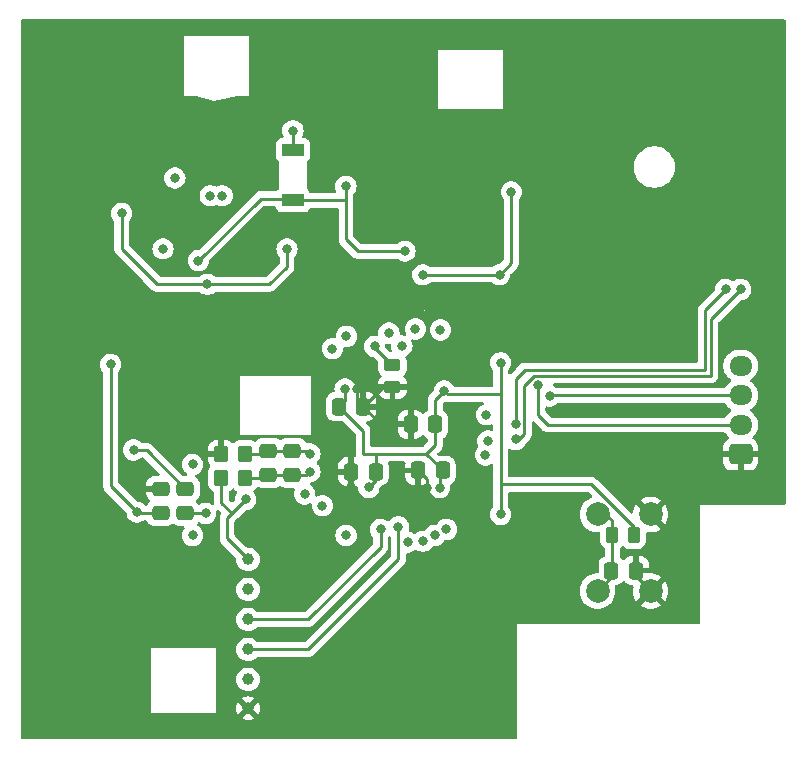
<source format=gbr>
%TF.GenerationSoftware,KiCad,Pcbnew,8.0.5*%
%TF.CreationDate,2024-10-17T12:46:32-04:00*%
%TF.ProjectId,PCB,5043422e-6b69-4636-9164-5f7063625858,rev?*%
%TF.SameCoordinates,Original*%
%TF.FileFunction,Copper,L2,Bot*%
%TF.FilePolarity,Positive*%
%FSLAX46Y46*%
G04 Gerber Fmt 4.6, Leading zero omitted, Abs format (unit mm)*
G04 Created by KiCad (PCBNEW 8.0.5) date 2024-10-17 12:46:32*
%MOMM*%
%LPD*%
G01*
G04 APERTURE LIST*
G04 Aperture macros list*
%AMRoundRect*
0 Rectangle with rounded corners*
0 $1 Rounding radius*
0 $2 $3 $4 $5 $6 $7 $8 $9 X,Y pos of 4 corners*
0 Add a 4 corners polygon primitive as box body*
4,1,4,$2,$3,$4,$5,$6,$7,$8,$9,$2,$3,0*
0 Add four circle primitives for the rounded corners*
1,1,$1+$1,$2,$3*
1,1,$1+$1,$4,$5*
1,1,$1+$1,$6,$7*
1,1,$1+$1,$8,$9*
0 Add four rect primitives between the rounded corners*
20,1,$1+$1,$2,$3,$4,$5,0*
20,1,$1+$1,$4,$5,$6,$7,0*
20,1,$1+$1,$6,$7,$8,$9,0*
20,1,$1+$1,$8,$9,$2,$3,0*%
G04 Aperture macros list end*
%TA.AperFunction,ComponentPad*%
%ADD10C,2.000000*%
%TD*%
%TA.AperFunction,ComponentPad*%
%ADD11C,1.000000*%
%TD*%
%TA.AperFunction,ComponentPad*%
%ADD12RoundRect,0.250000X0.725000X-0.600000X0.725000X0.600000X-0.725000X0.600000X-0.725000X-0.600000X0*%
%TD*%
%TA.AperFunction,ComponentPad*%
%ADD13O,1.950000X1.700000*%
%TD*%
%TA.AperFunction,SMDPad,CuDef*%
%ADD14RoundRect,0.250000X0.475000X-0.337500X0.475000X0.337500X-0.475000X0.337500X-0.475000X-0.337500X0*%
%TD*%
%TA.AperFunction,SMDPad,CuDef*%
%ADD15RoundRect,0.250000X0.450000X-0.262500X0.450000X0.262500X-0.450000X0.262500X-0.450000X-0.262500X0*%
%TD*%
%TA.AperFunction,SMDPad,CuDef*%
%ADD16RoundRect,0.250000X0.337500X0.475000X-0.337500X0.475000X-0.337500X-0.475000X0.337500X-0.475000X0*%
%TD*%
%TA.AperFunction,SMDPad,CuDef*%
%ADD17RoundRect,0.250000X-0.337500X-0.475000X0.337500X-0.475000X0.337500X0.475000X-0.337500X0.475000X0*%
%TD*%
%TA.AperFunction,SMDPad,CuDef*%
%ADD18RoundRect,0.250000X-0.262500X-0.450000X0.262500X-0.450000X0.262500X0.450000X-0.262500X0.450000X0*%
%TD*%
%TA.AperFunction,SMDPad,CuDef*%
%ADD19R,1.854200X1.066800*%
%TD*%
%TA.AperFunction,SMDPad,CuDef*%
%ADD20RoundRect,0.250000X-0.350000X-0.450000X0.350000X-0.450000X0.350000X0.450000X-0.350000X0.450000X0*%
%TD*%
%TA.AperFunction,ViaPad*%
%ADD21C,0.800000*%
%TD*%
%TA.AperFunction,ViaPad*%
%ADD22C,1.700000*%
%TD*%
%TA.AperFunction,Conductor*%
%ADD23C,0.250000*%
%TD*%
%TA.AperFunction,Conductor*%
%ADD24C,0.254000*%
%TD*%
G04 APERTURE END LIST*
D10*
%TO.P,SW1,1,1*%
%TO.N,GND*%
X224790000Y-125730000D03*
X224790000Y-132230000D03*
%TO.P,SW1,2,2*%
%TO.N,/RST*%
X220290000Y-125730000D03*
X220290000Y-132230000D03*
%TD*%
D11*
%TO.P,U3,1,VDD*%
%TO.N,+3.3V*%
X190700000Y-129540000D03*
%TO.P,U3,2,NRST*%
X190700000Y-132080000D03*
%TO.P,U3,3,RXD*%
%TO.N,/LoRa RX*%
X190700000Y-134620000D03*
%TO.P,U3,4,TXD*%
%TO.N,/LoRa TX*%
X190700000Y-137160000D03*
%TO.P,U3,5,NC*%
%TO.N,unconnected-(U3-NC-Pad5)*%
X190700000Y-139700000D03*
%TO.P,U3,6,GND*%
%TO.N,GND*%
X190700000Y-142140000D03*
%TD*%
D12*
%TO.P,J5,1,Pin_1*%
%TO.N,GND*%
X232410000Y-120650000D03*
D13*
%TO.P,J5,2,Pin_2*%
%TO.N,/SWCLK*%
X232410000Y-118150000D03*
%TO.P,J5,3,Pin_3*%
%TO.N,/SWDIO*%
X232410000Y-115650000D03*
%TO.P,J5,4,Pin_4*%
%TO.N,/RST*%
X232410000Y-113150000D03*
%TD*%
D14*
%TO.P,C12,1*%
%TO.N,+5V*%
X183300000Y-125615000D03*
%TO.P,C12,2*%
%TO.N,GND*%
X183300000Y-123540000D03*
%TD*%
%TO.P,C16,1*%
%TO.N,/3.3VA*%
X194455229Y-122420091D03*
%TO.P,C16,2*%
%TO.N,/GNDA*%
X194455229Y-120345091D03*
%TD*%
%TO.P,C17,1*%
%TO.N,/3.3VA*%
X192430000Y-122415504D03*
%TO.P,C17,2*%
%TO.N,/GNDA*%
X192430000Y-120340504D03*
%TD*%
D15*
%TO.P,R10,1*%
%TO.N,GND*%
X202930000Y-114935000D03*
%TO.P,R10,2*%
%TO.N,/BOOT*%
X202930000Y-113110000D03*
%TD*%
D16*
%TO.P,C13,1*%
%TO.N,+3.3V*%
X207185535Y-122006028D03*
%TO.P,C13,2*%
%TO.N,GND*%
X205110535Y-122006028D03*
%TD*%
D17*
%TO.P,C10,1*%
%TO.N,+3.3V*%
X198392500Y-116610000D03*
%TO.P,C10,2*%
%TO.N,GND*%
X200467500Y-116610000D03*
%TD*%
D18*
%TO.P,R11,1*%
%TO.N,/RST*%
X221540000Y-127480000D03*
%TO.P,R11,2*%
%TO.N,+3.3V*%
X223365000Y-127480000D03*
%TD*%
D17*
%TO.P,C20,1*%
%TO.N,/RST*%
X221465000Y-130480000D03*
%TO.P,C20,2*%
%TO.N,GND*%
X223540000Y-130480000D03*
%TD*%
D14*
%TO.P,C11,1*%
%TO.N,/DAC OUT*%
X185386554Y-125636352D03*
%TO.P,C11,2*%
%TO.N,/Amp In*%
X185386554Y-123561352D03*
%TD*%
D16*
%TO.P,C15,1*%
%TO.N,+3.3V*%
X206545000Y-118110000D03*
%TO.P,C15,2*%
%TO.N,GND*%
X204470000Y-118110000D03*
%TD*%
D19*
%TO.P,D1,1,K*%
%TO.N,/Bat +*%
X194500000Y-99120900D03*
%TO.P,D1,2,A*%
%TO.N,/Batteries*%
X194500000Y-94879100D03*
%TD*%
D16*
%TO.P,C14,1*%
%TO.N,+3.3V*%
X201505000Y-122110000D03*
%TO.P,C14,2*%
%TO.N,GND*%
X199430000Y-122110000D03*
%TD*%
D20*
%TO.P,R5,1,1*%
%TO.N,GND*%
X188430000Y-120610000D03*
%TO.P,R5,2,2*%
%TO.N,/GNDA*%
X190430000Y-120610000D03*
%TD*%
%TO.P,R4,1,1*%
%TO.N,+3.3V*%
X188430000Y-122610000D03*
%TO.P,R4,2,2*%
%TO.N,/3.3VA*%
X190430000Y-122610000D03*
%TD*%
D21*
%TO.N,/Batteries*%
X194500000Y-93241800D03*
%TO.N,GND*%
X220980000Y-93980000D03*
X181300000Y-123540000D03*
D22*
X204479998Y-100870003D03*
D21*
X172500000Y-105241800D03*
X219710000Y-92710000D03*
X172500000Y-100241800D03*
X222250000Y-85090000D03*
X231140000Y-91440000D03*
X218440000Y-85090000D03*
X227330000Y-100330000D03*
X229870000Y-95250000D03*
X229870000Y-101600000D03*
X205847025Y-123517766D03*
X232410000Y-101600000D03*
X185500000Y-100190000D03*
X231140000Y-93980000D03*
X231140000Y-100330000D03*
X219710000Y-99060000D03*
X215900000Y-93980000D03*
X222250000Y-96520000D03*
X229870000Y-99060000D03*
X231140000Y-97790000D03*
X232410000Y-93980000D03*
X227330000Y-91440000D03*
X218440000Y-106680000D03*
X199437645Y-123373761D03*
X223520000Y-92710000D03*
X229870000Y-92710000D03*
X228600000Y-97790000D03*
X190500000Y-109241800D03*
X172500000Y-103241800D03*
X229870000Y-85090000D03*
X219710000Y-101600000D03*
X215900000Y-99060000D03*
X172500000Y-106241800D03*
X199430000Y-119610000D03*
X186500000Y-97241800D03*
X199930000Y-115110000D03*
X222250000Y-101600000D03*
X232410000Y-91440000D03*
X226060000Y-85090000D03*
X228600000Y-93980000D03*
X215900000Y-90170000D03*
X219710000Y-96520000D03*
X233680000Y-107950000D03*
X172500000Y-104241800D03*
X224790000Y-100330000D03*
X233680000Y-85090000D03*
X226060000Y-92710000D03*
X201930000Y-118110000D03*
X192500000Y-109241800D03*
X172500000Y-102241800D03*
X222250000Y-99060000D03*
X224790000Y-91440000D03*
X226060000Y-101600000D03*
X191500000Y-109241800D03*
X193500000Y-109241800D03*
X232410000Y-96520000D03*
X220980000Y-91440000D03*
%TO.N,/3.3VA*%
X195930000Y-122110000D03*
%TO.N,+3.3V*%
X207312870Y-115267130D03*
X205490000Y-105440000D03*
X206923971Y-123450875D03*
X212990000Y-98440000D03*
X198917347Y-115097347D03*
X200918226Y-123437064D03*
X212090000Y-125730000D03*
X190500000Y-124460000D03*
X212090000Y-112885000D03*
X211990000Y-105440003D03*
%TO.N,/GNDA*%
X195930000Y-120610000D03*
%TO.N,+5V*%
X179070000Y-113030000D03*
X194000000Y-103241800D03*
X187254051Y-106241800D03*
X180000000Y-100241800D03*
X181300000Y-125540000D03*
%TO.N,/DAC OUT*%
X187110483Y-125643041D03*
%TO.N,/BOOT*%
X201430000Y-111500000D03*
%TO.N,/Bat +*%
X198990000Y-97940000D03*
X186500000Y-104241800D03*
X203990000Y-103440000D03*
%TO.N,/SWDIO*%
X216225358Y-115697475D03*
%TO.N,/SWCLK*%
X215257845Y-114766377D03*
%TO.N,/LoRa TX*%
X203433189Y-126766811D03*
%TO.N,/GPS TX*%
X231140000Y-106680000D03*
X213360000Y-118043108D03*
%TO.N,/LoRa RX*%
X201930000Y-127000000D03*
%TO.N,/GPS RX*%
X232410000Y-106680000D03*
X213360000Y-119380000D03*
%TO.N,/Gain 1*%
X186000000Y-121500000D03*
%TO.N,/FB Boost*%
X184500000Y-97241800D03*
%TO.N,/SW Boost*%
X187500000Y-98741800D03*
X188500000Y-98741800D03*
%TO.N,/EN Boost*%
X183500000Y-103241800D03*
%TO.N,/Gain 2*%
X186000000Y-127500000D03*
%TO.N,/TIM 4 CH 4*%
X197833369Y-111700592D03*
%TO.N,/TIM 4 CH 2*%
X202625003Y-110370209D03*
%TO.N,/TIM 4 CH 1*%
X203718623Y-111478613D03*
%TO.N,/TIM 4 CH 3*%
X199028459Y-110652070D03*
%TO.N,/UART TX*%
X206988209Y-110110897D03*
%TO.N,/UART RX*%
X204868616Y-110020702D03*
%TO.N,/PC8*%
X211000000Y-119500000D03*
%TO.N,/PC7*%
X210797014Y-120702986D03*
%TO.N,/USART 3 RX*%
X207500000Y-127000000D03*
%TO.N,/USART 3 TX*%
X206500000Y-127500000D03*
%TO.N,/USART 2 TX*%
X195500000Y-124000000D03*
%TO.N,/USART 2 RX*%
X197000000Y-125000000D03*
%TO.N,/DAC 2*%
X199000000Y-127500000D03*
%TO.N,/PB1*%
X204201090Y-128082300D03*
%TO.N,/PB2*%
X205500000Y-128000000D03*
%TO.N,/PA 11*%
X210883920Y-117296618D03*
X210883920Y-117296618D03*
%TO.N,/Amp In*%
X181010000Y-120280000D03*
%TD*%
D23*
%TO.N,/Batteries*%
X194500000Y-94741800D02*
X194500000Y-93241800D01*
%TO.N,GND*%
X199430000Y-122110000D02*
X199430000Y-119610000D01*
X223540000Y-130980000D02*
X224790000Y-132230000D01*
X199930000Y-116072500D02*
X200467500Y-116610000D01*
X205847025Y-123517766D02*
X205847025Y-122742518D01*
X188430000Y-120610000D02*
X188430000Y-110960000D01*
X188430000Y-110960000D02*
X188430000Y-110070000D01*
X183300000Y-123540000D02*
X181300000Y-123540000D01*
X202930000Y-114935000D02*
X202142500Y-114935000D01*
X223540000Y-130480000D02*
X223540000Y-130980000D01*
X188430000Y-110070000D02*
X188500000Y-110000000D01*
X199437645Y-123373761D02*
X199437645Y-122420053D01*
X199437645Y-122420053D02*
X199189747Y-122172155D01*
X200467500Y-116610000D02*
X200467500Y-116647500D01*
X205847025Y-122742518D02*
X205110535Y-122006028D01*
X200467500Y-116647500D02*
X201930000Y-118110000D01*
X199930000Y-115110000D02*
X199930000Y-116072500D01*
X202142500Y-114935000D02*
X200467500Y-116610000D01*
%TO.N,/3.3VA*%
X194455229Y-122420091D02*
X195619909Y-122420091D01*
X192235504Y-122610000D02*
X192430000Y-122415504D01*
X190430000Y-122610000D02*
X192235504Y-122610000D01*
X192434587Y-122420091D02*
X192430000Y-122415504D01*
X195619909Y-122420091D02*
X195930000Y-122110000D01*
X194455229Y-122420091D02*
X192434587Y-122420091D01*
%TO.N,+3.3V*%
X223365000Y-126780000D02*
X219775000Y-123190000D01*
X200918226Y-123437064D02*
X201505000Y-122850290D01*
X212090000Y-112885000D02*
X212090000Y-115570000D01*
X212090000Y-115570000D02*
X207615740Y-115570000D01*
X223365000Y-127480000D02*
X223365000Y-126780000D01*
X189330000Y-125630000D02*
X190500000Y-124460000D01*
X200430000Y-120610000D02*
X201430000Y-120610000D01*
X188921239Y-126038761D02*
X188921239Y-127761239D01*
X188430000Y-122610000D02*
X188430000Y-124730000D01*
X212990000Y-104440000D02*
X212990000Y-98440000D01*
X207312870Y-115267130D02*
X206545000Y-116035000D01*
X201505000Y-120685000D02*
X201430000Y-120610000D01*
X200430000Y-118647500D02*
X200430000Y-120610000D01*
X206545000Y-116035000D02*
X206545000Y-118110000D01*
X207615740Y-115570000D02*
X207312870Y-115267130D01*
X198392500Y-116610000D02*
X200430000Y-118647500D01*
X206923971Y-122267592D02*
X207185535Y-122006028D01*
X205789507Y-120610000D02*
X206545000Y-119854507D01*
X201505000Y-122110000D02*
X201505000Y-120685000D01*
X211990000Y-105440000D02*
X212990000Y-104440000D01*
X214630000Y-123190000D02*
X212090000Y-123190000D01*
X205490000Y-105440000D02*
X211990000Y-105440000D01*
X188921239Y-127761239D02*
X190700000Y-129540000D01*
X198917347Y-115097347D02*
X198917347Y-116085153D01*
X206545000Y-119854507D02*
X206545000Y-118110000D01*
X212090000Y-115570000D02*
X212090000Y-125730000D01*
X219775000Y-123190000D02*
X214630000Y-123190000D01*
X206923971Y-123450875D02*
X206923971Y-122267592D01*
X201505000Y-122850290D02*
X201505000Y-122110000D01*
X198917347Y-116085153D02*
X198392500Y-116610000D01*
X201430000Y-120610000D02*
X205789507Y-120610000D01*
X205789507Y-120610000D02*
X207185535Y-122006028D01*
X189330000Y-125630000D02*
X188921239Y-126038761D01*
X188430000Y-124730000D02*
X189330000Y-125630000D01*
%TO.N,/GNDA*%
X195665091Y-120345091D02*
X195930000Y-120610000D01*
X192430000Y-120340504D02*
X194450642Y-120340504D01*
X194455229Y-120345091D02*
X195665091Y-120345091D01*
X190430000Y-120610000D02*
X192160504Y-120610000D01*
X194450642Y-120340504D02*
X194455229Y-120345091D01*
X192160504Y-120610000D02*
X192430000Y-120340504D01*
%TO.N,+5V*%
X179070000Y-113030000D02*
X179070000Y-123310000D01*
D24*
X180000000Y-103241800D02*
X182310000Y-105551800D01*
X188310000Y-106241800D02*
X192500000Y-106241800D01*
D23*
X181375000Y-125615000D02*
X181300000Y-125540000D01*
D24*
X194000000Y-104741800D02*
X194000000Y-103241800D01*
D23*
X188309078Y-106242722D02*
X188310000Y-106241800D01*
D24*
X180000000Y-102241800D02*
X180000000Y-103241800D01*
X180000000Y-100241800D02*
X180000000Y-102241800D01*
D23*
X179070000Y-123310000D02*
X181300000Y-125540000D01*
D24*
X192500000Y-106241800D02*
X194000000Y-104741800D01*
X182310000Y-105551800D02*
X183000000Y-106241800D01*
X183000000Y-106241800D02*
X187254051Y-106241800D01*
X187254051Y-106241800D02*
X188310000Y-106241800D01*
D23*
X183300000Y-125615000D02*
X181375000Y-125615000D01*
%TO.N,/DAC OUT*%
X187103794Y-125636352D02*
X187110483Y-125643041D01*
X185386554Y-125636352D02*
X187103794Y-125636352D01*
%TO.N,/BOOT*%
X201430000Y-111610000D02*
X202930000Y-113110000D01*
X201430000Y-111500000D02*
X201430000Y-111610000D01*
%TO.N,/Bat +*%
X202004070Y-103440272D02*
X202003798Y-103440000D01*
X198990000Y-97940000D02*
X198990000Y-99060000D01*
X202003798Y-103440000D02*
X203990000Y-103440000D01*
X191758200Y-98983600D02*
X194500000Y-98983600D01*
X198929100Y-99120900D02*
X198990000Y-99060000D01*
X198990000Y-102440000D02*
X199990000Y-103440000D01*
X194500000Y-99120900D02*
X198929100Y-99120900D01*
X199990000Y-103440000D02*
X202003798Y-103440000D01*
X186500000Y-104241800D02*
X191758200Y-98983600D01*
X198990000Y-99060000D02*
X198990000Y-102440000D01*
%TO.N,/RST*%
X220980000Y-125730000D02*
X221540000Y-126290000D01*
X221540000Y-130405000D02*
X221465000Y-130480000D01*
X221465000Y-131055000D02*
X220290000Y-132230000D01*
X221540000Y-127480000D02*
X221540000Y-130405000D01*
X220290000Y-125730000D02*
X220980000Y-125730000D01*
X221540000Y-126290000D02*
X221540000Y-127480000D01*
X221465000Y-130480000D02*
X221465000Y-131055000D01*
%TO.N,/SWDIO*%
X232410000Y-115650000D02*
X216272833Y-115650000D01*
X216272833Y-115650000D02*
X216225358Y-115697475D01*
%TO.N,/SWCLK*%
X215257845Y-117294859D02*
X215257845Y-114766377D01*
X215257845Y-114766377D02*
X215251156Y-114759688D01*
X232410000Y-118150000D02*
X216112986Y-118150000D01*
X216112986Y-118150000D02*
X215257845Y-117294859D01*
%TO.N,/LoRa TX*%
X195780000Y-137160000D02*
X190700000Y-137160000D01*
X203433189Y-126766811D02*
X203433189Y-129506811D01*
X203433189Y-129506811D02*
X195780000Y-137160000D01*
%TO.N,/GPS TX*%
X229420000Y-108400000D02*
X231140000Y-106680000D01*
X214160000Y-113500000D02*
X229420000Y-113500000D01*
X213360000Y-118043108D02*
X213360000Y-114300000D01*
X229420000Y-113500000D02*
X229420000Y-108400000D01*
X213360000Y-114300000D02*
X214160000Y-113500000D01*
%TO.N,/LoRa RX*%
X201930000Y-128470000D02*
X195780000Y-134620000D01*
X201930000Y-127000000D02*
X201930000Y-128470000D01*
X195780000Y-134620000D02*
X190700000Y-134620000D01*
%TO.N,/GPS RX*%
X229870000Y-114000000D02*
X229870000Y-109220000D01*
X214085000Y-118915000D02*
X214085000Y-114845000D01*
X214930000Y-114000000D02*
X229870000Y-114000000D01*
X213360000Y-119380000D02*
X213620000Y-119380000D01*
X213620000Y-119380000D02*
X214085000Y-118915000D01*
X229870000Y-109220000D02*
X232410000Y-106680000D01*
X214085000Y-114845000D02*
X214930000Y-114000000D01*
%TO.N,/Amp In*%
X182105202Y-120280000D02*
X181010000Y-120280000D01*
X185386554Y-123561352D02*
X182105202Y-120280000D01*
X185386554Y-123561352D02*
X185478648Y-123561352D01*
X185365202Y-123540000D02*
X185386554Y-123561352D01*
%TD*%
%TA.AperFunction,Conductor*%
%TO.N,GND*%
G36*
X236162121Y-83840002D02*
G01*
X236208614Y-83893658D01*
X236220000Y-83946000D01*
X236220000Y-124774863D01*
X236199998Y-124842984D01*
X236146342Y-124889477D01*
X236094867Y-124900860D01*
X228950000Y-124949999D01*
X228949999Y-124950000D01*
X228999370Y-134873373D01*
X228979708Y-134941593D01*
X228926284Y-134988352D01*
X228873372Y-135000000D01*
X213500000Y-135000000D01*
X213480417Y-144654256D01*
X213460277Y-144722336D01*
X213406527Y-144768720D01*
X213354417Y-144780000D01*
X171576000Y-144780000D01*
X171507879Y-144759998D01*
X171461386Y-144706342D01*
X171450000Y-144654000D01*
X171450000Y-143002075D01*
X190191476Y-143002075D01*
X190315467Y-143068350D01*
X190503972Y-143125532D01*
X190699997Y-143144839D01*
X190700003Y-143144839D01*
X190896027Y-143125532D01*
X191084532Y-143068350D01*
X191208523Y-143002075D01*
X190700001Y-142493553D01*
X190700000Y-142493553D01*
X190191476Y-143002075D01*
X171450000Y-143002075D01*
X171450000Y-142500000D01*
X182500000Y-142500000D01*
X188000000Y-142500000D01*
X188000000Y-142139997D01*
X189695161Y-142139997D01*
X189695161Y-142140002D01*
X189714467Y-142336027D01*
X189771650Y-142524535D01*
X189837922Y-142648522D01*
X190346446Y-142139999D01*
X190304318Y-142097871D01*
X190380000Y-142097871D01*
X190380000Y-142182129D01*
X190401808Y-142263515D01*
X190443936Y-142336484D01*
X190503516Y-142396064D01*
X190576485Y-142438192D01*
X190657871Y-142460000D01*
X190742129Y-142460000D01*
X190823515Y-142438192D01*
X190896484Y-142396064D01*
X190956064Y-142336484D01*
X190998192Y-142263515D01*
X191020000Y-142182129D01*
X191020000Y-142139999D01*
X191053553Y-142139999D01*
X191053553Y-142140001D01*
X191562075Y-142648523D01*
X191628350Y-142524532D01*
X191685532Y-142336027D01*
X191704839Y-142140002D01*
X191704839Y-142139997D01*
X191685532Y-141943972D01*
X191628350Y-141755467D01*
X191562075Y-141631476D01*
X191053553Y-142139999D01*
X191020000Y-142139999D01*
X191020000Y-142097871D01*
X190998192Y-142016485D01*
X190956064Y-141943516D01*
X190896484Y-141883936D01*
X190823515Y-141841808D01*
X190742129Y-141820000D01*
X190657871Y-141820000D01*
X190576485Y-141841808D01*
X190503516Y-141883936D01*
X190443936Y-141943516D01*
X190401808Y-142016485D01*
X190380000Y-142097871D01*
X190304318Y-142097871D01*
X189837922Y-141631476D01*
X189771650Y-141755464D01*
X189714467Y-141943972D01*
X189695161Y-142139997D01*
X188000000Y-142139997D01*
X188000000Y-141277922D01*
X190191476Y-141277922D01*
X190699999Y-141786446D01*
X191208522Y-141277922D01*
X191208523Y-141277922D01*
X191084535Y-141211650D01*
X190896027Y-141154467D01*
X190700003Y-141135161D01*
X190699997Y-141135161D01*
X190503972Y-141154467D01*
X190315464Y-141211650D01*
X190191476Y-141277922D01*
X188000000Y-141277922D01*
X188000000Y-139699996D01*
X189694659Y-139699996D01*
X189694659Y-139700003D01*
X189713974Y-139896124D01*
X189713974Y-139896126D01*
X189771186Y-140084728D01*
X189864090Y-140258538D01*
X189989117Y-140410883D01*
X190141462Y-140535910D01*
X190315273Y-140628814D01*
X190503868Y-140686024D01*
X190503872Y-140686024D01*
X190503874Y-140686025D01*
X190699997Y-140705341D01*
X190700000Y-140705341D01*
X190700003Y-140705341D01*
X190896124Y-140686025D01*
X190896126Y-140686025D01*
X190896127Y-140686024D01*
X190896132Y-140686024D01*
X191084727Y-140628814D01*
X191258538Y-140535910D01*
X191410883Y-140410883D01*
X191535910Y-140258538D01*
X191628814Y-140084727D01*
X191686024Y-139896132D01*
X191705341Y-139700000D01*
X191686025Y-139503875D01*
X191686025Y-139503873D01*
X191686024Y-139503870D01*
X191686024Y-139503868D01*
X191628814Y-139315273D01*
X191535910Y-139141462D01*
X191410883Y-138989117D01*
X191258538Y-138864090D01*
X191084728Y-138771186D01*
X190896125Y-138713974D01*
X190700003Y-138694659D01*
X190699997Y-138694659D01*
X190503875Y-138713974D01*
X190503873Y-138713974D01*
X190315271Y-138771186D01*
X190141461Y-138864090D01*
X189989117Y-138989117D01*
X189864090Y-139141461D01*
X189771186Y-139315271D01*
X189713974Y-139503873D01*
X189713974Y-139503875D01*
X189694659Y-139699996D01*
X188000000Y-139699996D01*
X188000000Y-137000000D01*
X182500000Y-137000000D01*
X182500000Y-142500000D01*
X171450000Y-142500000D01*
X171450000Y-134619996D01*
X189694659Y-134619996D01*
X189694659Y-134620003D01*
X189713974Y-134816124D01*
X189713974Y-134816126D01*
X189771186Y-135004728D01*
X189843536Y-135140084D01*
X189864090Y-135178538D01*
X189989117Y-135330883D01*
X190141462Y-135455910D01*
X190315273Y-135548814D01*
X190503868Y-135606024D01*
X190503872Y-135606024D01*
X190503874Y-135606025D01*
X190699997Y-135625341D01*
X190700000Y-135625341D01*
X190700003Y-135625341D01*
X190896124Y-135606025D01*
X190896126Y-135606025D01*
X190896127Y-135606024D01*
X190896132Y-135606024D01*
X191084727Y-135548814D01*
X191258538Y-135455910D01*
X191410883Y-135330883D01*
X191443150Y-135291565D01*
X191501826Y-135251597D01*
X191540548Y-135245500D01*
X195841602Y-135245500D01*
X195841607Y-135245500D01*
X195902029Y-135233481D01*
X195962452Y-135221463D01*
X195995785Y-135207654D01*
X195995791Y-135207654D01*
X195995791Y-135207653D01*
X196033738Y-135191935D01*
X196076286Y-135174312D01*
X196127509Y-135140084D01*
X196178733Y-135105858D01*
X196265858Y-135018733D01*
X196276225Y-135008366D01*
X196276232Y-135008356D01*
X202415857Y-128868734D01*
X202417383Y-128866451D01*
X202484311Y-128766286D01*
X202531463Y-128652452D01*
X202545728Y-128580734D01*
X202555500Y-128531607D01*
X202555500Y-128408394D01*
X202555500Y-127699454D01*
X202575502Y-127631333D01*
X202587842Y-127615167D01*
X202588035Y-127614953D01*
X202648472Y-127577701D01*
X202719456Y-127579037D01*
X202778449Y-127618538D01*
X202806722Y-127683662D01*
X202807689Y-127699244D01*
X202807689Y-129195530D01*
X202787687Y-129263651D01*
X202770784Y-129284625D01*
X195557815Y-136497595D01*
X195495503Y-136531621D01*
X195468720Y-136534500D01*
X191540548Y-136534500D01*
X191472427Y-136514498D01*
X191443151Y-136488436D01*
X191410883Y-136449117D01*
X191410880Y-136449114D01*
X191258538Y-136324090D01*
X191084728Y-136231186D01*
X190896125Y-136173974D01*
X190700003Y-136154659D01*
X190699997Y-136154659D01*
X190503875Y-136173974D01*
X190503873Y-136173974D01*
X190315271Y-136231186D01*
X190141461Y-136324090D01*
X189989117Y-136449117D01*
X189864090Y-136601461D01*
X189771186Y-136775271D01*
X189713974Y-136963873D01*
X189713974Y-136963875D01*
X189694659Y-137159996D01*
X189694659Y-137160003D01*
X189713974Y-137356124D01*
X189713974Y-137356126D01*
X189771186Y-137544728D01*
X189843536Y-137680084D01*
X189864090Y-137718538D01*
X189989117Y-137870883D01*
X190141462Y-137995910D01*
X190315273Y-138088814D01*
X190503868Y-138146024D01*
X190503872Y-138146024D01*
X190503874Y-138146025D01*
X190699997Y-138165341D01*
X190700000Y-138165341D01*
X190700003Y-138165341D01*
X190896124Y-138146025D01*
X190896126Y-138146025D01*
X190896127Y-138146024D01*
X190896132Y-138146024D01*
X191084727Y-138088814D01*
X191258538Y-137995910D01*
X191410883Y-137870883D01*
X191443150Y-137831565D01*
X191501826Y-137791597D01*
X191540548Y-137785500D01*
X195841602Y-137785500D01*
X195841607Y-137785500D01*
X195902029Y-137773481D01*
X195962452Y-137761463D01*
X195995785Y-137747654D01*
X195995791Y-137747654D01*
X195995791Y-137747653D01*
X196033738Y-137731935D01*
X196076286Y-137714312D01*
X196127509Y-137680084D01*
X196178733Y-137645858D01*
X196265858Y-137558733D01*
X196276225Y-137548366D01*
X196276232Y-137548356D01*
X203919047Y-129905544D01*
X203987501Y-129803096D01*
X204034652Y-129689262D01*
X204058690Y-129568417D01*
X204058690Y-129445204D01*
X204058690Y-129440012D01*
X204058689Y-129439986D01*
X204058689Y-129108800D01*
X204078691Y-129040679D01*
X204132347Y-128994186D01*
X204184689Y-128982800D01*
X204295736Y-128982800D01*
X204480893Y-128943444D01*
X204653820Y-128866451D01*
X204653820Y-128866450D01*
X204653822Y-128866450D01*
X204653822Y-128866449D01*
X204806961Y-128755188D01*
X204810315Y-128751461D01*
X204870755Y-128714222D01*
X204941739Y-128715569D01*
X204978014Y-128733834D01*
X205047267Y-128784149D01*
X205047267Y-128784150D01*
X205094612Y-128805229D01*
X205220197Y-128861144D01*
X205405354Y-128900500D01*
X205594646Y-128900500D01*
X205779803Y-128861144D01*
X205952730Y-128784151D01*
X205952730Y-128784150D01*
X205952732Y-128784150D01*
X205952732Y-128784149D01*
X206105871Y-128672888D01*
X206112404Y-128665633D01*
X206232533Y-128532216D01*
X206232535Y-128532213D01*
X206273384Y-128461459D01*
X206324766Y-128412465D01*
X206394479Y-128399027D01*
X206401276Y-128400071D01*
X206405354Y-128400500D01*
X206594646Y-128400500D01*
X206779803Y-128361144D01*
X206952730Y-128284151D01*
X206952730Y-128284150D01*
X206952732Y-128284150D01*
X206952732Y-128284149D01*
X207105871Y-128172888D01*
X207232533Y-128032216D01*
X207273384Y-127961458D01*
X207324766Y-127912465D01*
X207394479Y-127899027D01*
X207401276Y-127900071D01*
X207405354Y-127900500D01*
X207594646Y-127900500D01*
X207779803Y-127861144D01*
X207952730Y-127784151D01*
X207952730Y-127784150D01*
X207952732Y-127784150D01*
X207952732Y-127784149D01*
X208105871Y-127672888D01*
X208143288Y-127631333D01*
X208232533Y-127532216D01*
X208232534Y-127532214D01*
X208251133Y-127500000D01*
X208327179Y-127368284D01*
X208385674Y-127188256D01*
X208405460Y-127000000D01*
X208385674Y-126811744D01*
X208381211Y-126798008D01*
X208327181Y-126631721D01*
X208327177Y-126631713D01*
X208296486Y-126578555D01*
X208277236Y-126545212D01*
X208232534Y-126467785D01*
X208232533Y-126467783D01*
X208105873Y-126327113D01*
X207952732Y-126215850D01*
X207952732Y-126215849D01*
X207827145Y-126159934D01*
X207779803Y-126138856D01*
X207779801Y-126138855D01*
X207779800Y-126138855D01*
X207594646Y-126099500D01*
X207405354Y-126099500D01*
X207220199Y-126138855D01*
X207047267Y-126215849D01*
X207047267Y-126215850D01*
X206894126Y-126327113D01*
X206767472Y-126467776D01*
X206767465Y-126467786D01*
X206726613Y-126538543D01*
X206675230Y-126587535D01*
X206605516Y-126600970D01*
X206598730Y-126599928D01*
X206594650Y-126599500D01*
X206594646Y-126599500D01*
X206405354Y-126599500D01*
X206220199Y-126638855D01*
X206047267Y-126715849D01*
X206047267Y-126715850D01*
X205894126Y-126827113D01*
X205767472Y-126967776D01*
X205767465Y-126967786D01*
X205726613Y-127038543D01*
X205675230Y-127087535D01*
X205605516Y-127100970D01*
X205598730Y-127099928D01*
X205594650Y-127099500D01*
X205594646Y-127099500D01*
X205405354Y-127099500D01*
X205220199Y-127138855D01*
X205047267Y-127215849D01*
X205047267Y-127215850D01*
X204894131Y-127327110D01*
X204894130Y-127327110D01*
X204890767Y-127330846D01*
X204830318Y-127368081D01*
X204759335Y-127366725D01*
X204723075Y-127348465D01*
X204653822Y-127298150D01*
X204653822Y-127298149D01*
X204528235Y-127242234D01*
X204480893Y-127221156D01*
X204480891Y-127221155D01*
X204480890Y-127221155D01*
X204385337Y-127200845D01*
X204322864Y-127167117D01*
X204288542Y-127104967D01*
X204291701Y-127038661D01*
X204291740Y-127038543D01*
X204318863Y-126955067D01*
X204338649Y-126766811D01*
X204318863Y-126578555D01*
X204313271Y-126561344D01*
X204260370Y-126398532D01*
X204260366Y-126398524D01*
X204260093Y-126398052D01*
X204197711Y-126290001D01*
X204165723Y-126234596D01*
X204165722Y-126234594D01*
X204039062Y-126093924D01*
X203885921Y-125982661D01*
X203885921Y-125982660D01*
X203718874Y-125908286D01*
X203712992Y-125905667D01*
X203712990Y-125905666D01*
X203712989Y-125905666D01*
X203527835Y-125866311D01*
X203338543Y-125866311D01*
X203153388Y-125905666D01*
X202980456Y-125982660D01*
X202980456Y-125982661D01*
X202827315Y-126093924D01*
X202700656Y-126234593D01*
X202684298Y-126262927D01*
X202632915Y-126311920D01*
X202563201Y-126325355D01*
X202501118Y-126301862D01*
X202382733Y-126215850D01*
X202382732Y-126215849D01*
X202257145Y-126159934D01*
X202209803Y-126138856D01*
X202209801Y-126138855D01*
X202209800Y-126138855D01*
X202024646Y-126099500D01*
X201835354Y-126099500D01*
X201650199Y-126138855D01*
X201477267Y-126215849D01*
X201477267Y-126215850D01*
X201324126Y-126327113D01*
X201197466Y-126467783D01*
X201197465Y-126467785D01*
X201102822Y-126631713D01*
X201102818Y-126631721D01*
X201044325Y-126811743D01*
X201024540Y-127000000D01*
X201044325Y-127188256D01*
X201102818Y-127368278D01*
X201102821Y-127368285D01*
X201149976Y-127449959D01*
X201197467Y-127532216D01*
X201271965Y-127614954D01*
X201272136Y-127615143D01*
X201302853Y-127679150D01*
X201304500Y-127699454D01*
X201304500Y-128158719D01*
X201284498Y-128226840D01*
X201267595Y-128247814D01*
X195557815Y-133957595D01*
X195495503Y-133991621D01*
X195468720Y-133994500D01*
X191540548Y-133994500D01*
X191472427Y-133974498D01*
X191443151Y-133948436D01*
X191410883Y-133909117D01*
X191410880Y-133909114D01*
X191258538Y-133784090D01*
X191084728Y-133691186D01*
X190896125Y-133633974D01*
X190700003Y-133614659D01*
X190699997Y-133614659D01*
X190503875Y-133633974D01*
X190503873Y-133633974D01*
X190315271Y-133691186D01*
X190141461Y-133784090D01*
X189989117Y-133909117D01*
X189864090Y-134061461D01*
X189771186Y-134235271D01*
X189713974Y-134423873D01*
X189713974Y-134423875D01*
X189694659Y-134619996D01*
X171450000Y-134619996D01*
X171450000Y-132079996D01*
X189694659Y-132079996D01*
X189694659Y-132080003D01*
X189713974Y-132276124D01*
X189713974Y-132276126D01*
X189771186Y-132464728D01*
X189834700Y-132583553D01*
X189864090Y-132638538D01*
X189989117Y-132790883D01*
X190141462Y-132915910D01*
X190315273Y-133008814D01*
X190503868Y-133066024D01*
X190503872Y-133066024D01*
X190503874Y-133066025D01*
X190699997Y-133085341D01*
X190700000Y-133085341D01*
X190700003Y-133085341D01*
X190896124Y-133066025D01*
X190896126Y-133066025D01*
X190896127Y-133066024D01*
X190896132Y-133066024D01*
X191084727Y-133008814D01*
X191258538Y-132915910D01*
X191410883Y-132790883D01*
X191535910Y-132638538D01*
X191628814Y-132464727D01*
X191686024Y-132276132D01*
X191686025Y-132276124D01*
X191705341Y-132080003D01*
X191705341Y-132079996D01*
X191686025Y-131883875D01*
X191686025Y-131883873D01*
X191686024Y-131883870D01*
X191686024Y-131883868D01*
X191628814Y-131695273D01*
X191535910Y-131521462D01*
X191410883Y-131369117D01*
X191258538Y-131244090D01*
X191084728Y-131151186D01*
X190896125Y-131093974D01*
X190700003Y-131074659D01*
X190699997Y-131074659D01*
X190503875Y-131093974D01*
X190503873Y-131093974D01*
X190315271Y-131151186D01*
X190141461Y-131244090D01*
X189989117Y-131369117D01*
X189864090Y-131521461D01*
X189771186Y-131695271D01*
X189713974Y-131883873D01*
X189713974Y-131883875D01*
X189694659Y-132079996D01*
X171450000Y-132079996D01*
X171450000Y-113030000D01*
X178164540Y-113030000D01*
X178184325Y-113218256D01*
X178242818Y-113398278D01*
X178242821Y-113398285D01*
X178282057Y-113466243D01*
X178337467Y-113562216D01*
X178357490Y-113584454D01*
X178412136Y-113645143D01*
X178442853Y-113709150D01*
X178444500Y-113729454D01*
X178444500Y-123371611D01*
X178453330Y-123416000D01*
X178468537Y-123492452D01*
X178473115Y-123503503D01*
X178482347Y-123525791D01*
X178482347Y-123525793D01*
X178515688Y-123606286D01*
X178533757Y-123633328D01*
X178533758Y-123633329D01*
X178584141Y-123708732D01*
X178584146Y-123708738D01*
X178675656Y-123800248D01*
X178675678Y-123800268D01*
X180360537Y-125485127D01*
X180394563Y-125547439D01*
X180396752Y-125561052D01*
X180414325Y-125728256D01*
X180472818Y-125908278D01*
X180472822Y-125908286D01*
X180567465Y-126072214D01*
X180567466Y-126072216D01*
X180694126Y-126212886D01*
X180847267Y-126324149D01*
X180847267Y-126324150D01*
X180894515Y-126345186D01*
X181020197Y-126401144D01*
X181205354Y-126440500D01*
X181394646Y-126440500D01*
X181579803Y-126401144D01*
X181752730Y-126324151D01*
X181834745Y-126264564D01*
X181901613Y-126240705D01*
X181908806Y-126240500D01*
X182050535Y-126240500D01*
X182118656Y-126260502D01*
X182157776Y-126300353D01*
X182232288Y-126421156D01*
X182232293Y-126421162D01*
X182356337Y-126545206D01*
X182356343Y-126545211D01*
X182356344Y-126545212D01*
X182410400Y-126578554D01*
X182505665Y-126637314D01*
X182672196Y-126692497D01*
X182672197Y-126692497D01*
X182672203Y-126692499D01*
X182774991Y-126703000D01*
X183825008Y-126702999D01*
X183825009Y-126702999D01*
X183927797Y-126692499D01*
X184094334Y-126637314D01*
X184105381Y-126630500D01*
X184243656Y-126545212D01*
X184243662Y-126545206D01*
X184249414Y-126540659D01*
X184250230Y-126541692D01*
X184305806Y-126511339D01*
X184376622Y-126516397D01*
X184421695Y-126545361D01*
X184442898Y-126566564D01*
X184462337Y-126578554D01*
X184592219Y-126658666D01*
X184758750Y-126713849D01*
X184758751Y-126713849D01*
X184758757Y-126713851D01*
X184861545Y-126724352D01*
X185203654Y-126724351D01*
X185271773Y-126744353D01*
X185318266Y-126798008D01*
X185328371Y-126868282D01*
X185298878Y-126932863D01*
X185297291Y-126934660D01*
X185267464Y-126967787D01*
X185172822Y-127131713D01*
X185172818Y-127131721D01*
X185114325Y-127311743D01*
X185094540Y-127500000D01*
X185114325Y-127688256D01*
X185172818Y-127868278D01*
X185172822Y-127868286D01*
X185267465Y-128032214D01*
X185267466Y-128032216D01*
X185394126Y-128172886D01*
X185547267Y-128284149D01*
X185547267Y-128284150D01*
X185594612Y-128305229D01*
X185720197Y-128361144D01*
X185905354Y-128400500D01*
X186094646Y-128400500D01*
X186279803Y-128361144D01*
X186452730Y-128284151D01*
X186452730Y-128284150D01*
X186452732Y-128284150D01*
X186452732Y-128284149D01*
X186605871Y-128172888D01*
X186732533Y-128032216D01*
X186827179Y-127868284D01*
X186885674Y-127688256D01*
X186905460Y-127500000D01*
X186885674Y-127311744D01*
X186856240Y-127221155D01*
X186827181Y-127131721D01*
X186827177Y-127131713D01*
X186813964Y-127108828D01*
X186745633Y-126990474D01*
X186732534Y-126967785D01*
X186732533Y-126967783D01*
X186605873Y-126827113D01*
X186452732Y-126715850D01*
X186452729Y-126715848D01*
X186432141Y-126706682D01*
X186378045Y-126660703D01*
X186357395Y-126592776D01*
X186376747Y-126524468D01*
X186394290Y-126502483D01*
X186454266Y-126442508D01*
X186454268Y-126442503D01*
X186458818Y-126436751D01*
X186460598Y-126438158D01*
X186505165Y-126398052D01*
X186575237Y-126386630D01*
X186633712Y-126409726D01*
X186657750Y-126427190D01*
X186657750Y-126427191D01*
X186692153Y-126442508D01*
X186830680Y-126504185D01*
X187015837Y-126543541D01*
X187205129Y-126543541D01*
X187390286Y-126504185D01*
X187563213Y-126427192D01*
X187563213Y-126427191D01*
X187563215Y-126427191D01*
X187563215Y-126427190D01*
X187716354Y-126315929D01*
X187756058Y-126271834D01*
X187843016Y-126175257D01*
X187843017Y-126175255D01*
X187937662Y-126011325D01*
X187996157Y-125831297D01*
X188015943Y-125643041D01*
X188001164Y-125502424D01*
X188013936Y-125432586D01*
X188062439Y-125380739D01*
X188131271Y-125363345D01*
X188198581Y-125385927D01*
X188215569Y-125400159D01*
X188370295Y-125554885D01*
X188404321Y-125617197D01*
X188399256Y-125688012D01*
X188385965Y-125713982D01*
X188366930Y-125742469D01*
X188366926Y-125742475D01*
X188337944Y-125812449D01*
X188337943Y-125812451D01*
X188319778Y-125856302D01*
X188319775Y-125856311D01*
X188295739Y-125977149D01*
X188295739Y-127822848D01*
X188319776Y-127943690D01*
X188319779Y-127943699D01*
X188366926Y-128057524D01*
X188383479Y-128082295D01*
X188383480Y-128082300D01*
X188383482Y-128082300D01*
X188435380Y-128159971D01*
X188435385Y-128159977D01*
X188526895Y-128251487D01*
X188526917Y-128251507D01*
X189663346Y-129387936D01*
X189697372Y-129450248D01*
X189699644Y-129489380D01*
X189694659Y-129539996D01*
X189694659Y-129540003D01*
X189713974Y-129736124D01*
X189713974Y-129736126D01*
X189771186Y-129924728D01*
X189787362Y-129954991D01*
X189864090Y-130098538D01*
X189989117Y-130250883D01*
X190141462Y-130375910D01*
X190315273Y-130468814D01*
X190503868Y-130526024D01*
X190503872Y-130526024D01*
X190503874Y-130526025D01*
X190699997Y-130545341D01*
X190700000Y-130545341D01*
X190700003Y-130545341D01*
X190896124Y-130526025D01*
X190896126Y-130526025D01*
X190896127Y-130526024D01*
X190896132Y-130526024D01*
X191084727Y-130468814D01*
X191258538Y-130375910D01*
X191410883Y-130250883D01*
X191535910Y-130098538D01*
X191628814Y-129924727D01*
X191686024Y-129736132D01*
X191690974Y-129685877D01*
X191705341Y-129540003D01*
X191705341Y-129539996D01*
X191686025Y-129343875D01*
X191686025Y-129343873D01*
X191686024Y-129343870D01*
X191686024Y-129343868D01*
X191628814Y-129155273D01*
X191535910Y-128981462D01*
X191410883Y-128829117D01*
X191258538Y-128704090D01*
X191084728Y-128611186D01*
X190896125Y-128553974D01*
X190700003Y-128534659D01*
X190699997Y-128534659D01*
X190649380Y-128539644D01*
X190579627Y-128526415D01*
X190547936Y-128503346D01*
X189583644Y-127539054D01*
X189562318Y-127500000D01*
X198094540Y-127500000D01*
X198114325Y-127688256D01*
X198172818Y-127868278D01*
X198172822Y-127868286D01*
X198267465Y-128032214D01*
X198267466Y-128032216D01*
X198394126Y-128172886D01*
X198547267Y-128284149D01*
X198547267Y-128284150D01*
X198594612Y-128305229D01*
X198720197Y-128361144D01*
X198905354Y-128400500D01*
X199094646Y-128400500D01*
X199279803Y-128361144D01*
X199452730Y-128284151D01*
X199452730Y-128284150D01*
X199452732Y-128284150D01*
X199452732Y-128284149D01*
X199605871Y-128172888D01*
X199732533Y-128032216D01*
X199827179Y-127868284D01*
X199885674Y-127688256D01*
X199905460Y-127500000D01*
X199885674Y-127311744D01*
X199856240Y-127221155D01*
X199827181Y-127131721D01*
X199827177Y-127131713D01*
X199813964Y-127108828D01*
X199745633Y-126990474D01*
X199732534Y-126967785D01*
X199732533Y-126967783D01*
X199605873Y-126827113D01*
X199452732Y-126715850D01*
X199452732Y-126715849D01*
X199324296Y-126658666D01*
X199279803Y-126638856D01*
X199279801Y-126638855D01*
X199279800Y-126638855D01*
X199094646Y-126599500D01*
X198905354Y-126599500D01*
X198720199Y-126638855D01*
X198547267Y-126715849D01*
X198547267Y-126715850D01*
X198394126Y-126827113D01*
X198267466Y-126967783D01*
X198267465Y-126967785D01*
X198172822Y-127131713D01*
X198172818Y-127131721D01*
X198114325Y-127311743D01*
X198094540Y-127500000D01*
X189562318Y-127500000D01*
X189549618Y-127476742D01*
X189546739Y-127449959D01*
X189546739Y-126350042D01*
X189566741Y-126281921D01*
X189583644Y-126260947D01*
X189692962Y-126151628D01*
X189815857Y-126028734D01*
X189815857Y-126028732D01*
X189823033Y-126021557D01*
X189823036Y-126021552D01*
X190447186Y-125397404D01*
X190509498Y-125363379D01*
X190536281Y-125360500D01*
X190594646Y-125360500D01*
X190779803Y-125321144D01*
X190952730Y-125244151D01*
X190952730Y-125244150D01*
X190952732Y-125244150D01*
X190952732Y-125244149D01*
X191105871Y-125132888D01*
X191232533Y-124992216D01*
X191327179Y-124828284D01*
X191333496Y-124808844D01*
X191385674Y-124648256D01*
X191388406Y-124622262D01*
X191405460Y-124460000D01*
X191385674Y-124271744D01*
X191385674Y-124271743D01*
X191327181Y-124091721D01*
X191327177Y-124091713D01*
X191317897Y-124075640D01*
X191274226Y-123999999D01*
X191232534Y-123927785D01*
X191232533Y-123927783D01*
X191180124Y-123869577D01*
X191149406Y-123805570D01*
X191158171Y-123735116D01*
X191203634Y-123680585D01*
X191207571Y-123678052D01*
X191248656Y-123652712D01*
X191372712Y-123528656D01*
X191419623Y-123452599D01*
X191472405Y-123405124D01*
X191542480Y-123393720D01*
X191593009Y-123411507D01*
X191635665Y-123437818D01*
X191802196Y-123493001D01*
X191802197Y-123493001D01*
X191802203Y-123493003D01*
X191904991Y-123503504D01*
X192955008Y-123503503D01*
X192955009Y-123503503D01*
X193057797Y-123493003D01*
X193224334Y-123437818D01*
X193227645Y-123435776D01*
X193372786Y-123346252D01*
X193441263Y-123327516D01*
X193504721Y-123347431D01*
X193505327Y-123346450D01*
X193511571Y-123350301D01*
X193511573Y-123350303D01*
X193546111Y-123371606D01*
X193660894Y-123442405D01*
X193827425Y-123497588D01*
X193827426Y-123497588D01*
X193827432Y-123497590D01*
X193930220Y-123508091D01*
X194539564Y-123508090D01*
X194607685Y-123528092D01*
X194654178Y-123581748D01*
X194664282Y-123652021D01*
X194659397Y-123673026D01*
X194614325Y-123811742D01*
X194594540Y-124000000D01*
X194614325Y-124188256D01*
X194672818Y-124368278D01*
X194672822Y-124368286D01*
X194767465Y-124532214D01*
X194767466Y-124532216D01*
X194894126Y-124672886D01*
X195047267Y-124784149D01*
X195047267Y-124784150D01*
X195064016Y-124791607D01*
X195220197Y-124861144D01*
X195405354Y-124900500D01*
X195594646Y-124900500D01*
X195779803Y-124861144D01*
X195925931Y-124796082D01*
X195996296Y-124786648D01*
X196060593Y-124816754D01*
X196098407Y-124876842D01*
X196102489Y-124924357D01*
X196095358Y-124992214D01*
X196094540Y-125000000D01*
X196095973Y-125013632D01*
X196114325Y-125188256D01*
X196172818Y-125368278D01*
X196172822Y-125368286D01*
X196267465Y-125532214D01*
X196267466Y-125532216D01*
X196394126Y-125672886D01*
X196547267Y-125784149D01*
X196547267Y-125784150D01*
X196588278Y-125802409D01*
X196720197Y-125861144D01*
X196905354Y-125900500D01*
X197094646Y-125900500D01*
X197279803Y-125861144D01*
X197452730Y-125784151D01*
X197452730Y-125784150D01*
X197452732Y-125784150D01*
X197452732Y-125784149D01*
X197605871Y-125672888D01*
X197632746Y-125643041D01*
X197732533Y-125532216D01*
X197732534Y-125532214D01*
X197749733Y-125502424D01*
X197827179Y-125368284D01*
X197829312Y-125361721D01*
X197885674Y-125188256D01*
X197891930Y-125128733D01*
X197905460Y-125000000D01*
X197885674Y-124811744D01*
X197884732Y-124808844D01*
X197827181Y-124631721D01*
X197827177Y-124631713D01*
X197821723Y-124622267D01*
X197766721Y-124527000D01*
X197732534Y-124467785D01*
X197732533Y-124467783D01*
X197605873Y-124327113D01*
X197452732Y-124215850D01*
X197452732Y-124215849D01*
X197327145Y-124159934D01*
X197279803Y-124138856D01*
X197279801Y-124138855D01*
X197279800Y-124138855D01*
X197094646Y-124099500D01*
X196905354Y-124099500D01*
X196720199Y-124138855D01*
X196574069Y-124203917D01*
X196503702Y-124213351D01*
X196439405Y-124183245D01*
X196401591Y-124123156D01*
X196397510Y-124075640D01*
X196400031Y-124051655D01*
X196405460Y-124000000D01*
X196385674Y-123811744D01*
X196385674Y-123811743D01*
X196327181Y-123631721D01*
X196327177Y-123631713D01*
X196232534Y-123467785D01*
X196232533Y-123467783D01*
X196105873Y-123327113D01*
X196105874Y-123327113D01*
X195979295Y-123235148D01*
X195935941Y-123178925D01*
X195929866Y-123108189D01*
X195962998Y-123045397D01*
X196024818Y-123010486D01*
X196027095Y-123009979D01*
X196209803Y-122971144D01*
X196382730Y-122894151D01*
X196382730Y-122894150D01*
X196382732Y-122894150D01*
X196382732Y-122894149D01*
X196535871Y-122782888D01*
X196552720Y-122764176D01*
X196662533Y-122642216D01*
X196662534Y-122642214D01*
X196666302Y-122635688D01*
X196666712Y-122634978D01*
X198342501Y-122634978D01*
X198352993Y-122737691D01*
X198408142Y-122904122D01*
X198500183Y-123053344D01*
X198500188Y-123053350D01*
X198624149Y-123177311D01*
X198624155Y-123177316D01*
X198773377Y-123269357D01*
X198939808Y-123324506D01*
X199042512Y-123334999D01*
X199180000Y-123334999D01*
X199180000Y-122360000D01*
X198342501Y-122360000D01*
X198342501Y-122634978D01*
X196666712Y-122634978D01*
X196757179Y-122478284D01*
X196815674Y-122298256D01*
X196835460Y-122110000D01*
X196815674Y-121921744D01*
X196815674Y-121921743D01*
X196757181Y-121741721D01*
X196757177Y-121741713D01*
X196743688Y-121718350D01*
X196681133Y-121610000D01*
X196666706Y-121585012D01*
X198342500Y-121585012D01*
X198342500Y-121860000D01*
X199180000Y-121860000D01*
X199180000Y-120885000D01*
X199042521Y-120885000D01*
X198939808Y-120895493D01*
X198773377Y-120950642D01*
X198624155Y-121042683D01*
X198624149Y-121042688D01*
X198500188Y-121166649D01*
X198500183Y-121166655D01*
X198408142Y-121315877D01*
X198352993Y-121482308D01*
X198342500Y-121585012D01*
X196666706Y-121585012D01*
X196662535Y-121577787D01*
X196662534Y-121577786D01*
X196662533Y-121577784D01*
X196542352Y-121444310D01*
X196511636Y-121380303D01*
X196520400Y-121309849D01*
X196542353Y-121275689D01*
X196546831Y-121270716D01*
X196662533Y-121142216D01*
X196757179Y-120978284D01*
X196766161Y-120950642D01*
X196815674Y-120798256D01*
X196826096Y-120699094D01*
X196835460Y-120610000D01*
X196815674Y-120421744D01*
X196787394Y-120334707D01*
X196757181Y-120241721D01*
X196757177Y-120241713D01*
X196756848Y-120241144D01*
X196670593Y-120091744D01*
X196662534Y-120077785D01*
X196662533Y-120077783D01*
X196535873Y-119937113D01*
X196382732Y-119825850D01*
X196382732Y-119825849D01*
X196257145Y-119769934D01*
X196209803Y-119748856D01*
X196209801Y-119748855D01*
X196209800Y-119748855D01*
X196024646Y-119709500D01*
X195835354Y-119709500D01*
X195835353Y-119709500D01*
X195783656Y-119720488D01*
X195732879Y-119720820D01*
X195726703Y-119719591D01*
X195726698Y-119719591D01*
X195726697Y-119719591D01*
X195704694Y-119719591D01*
X195636573Y-119699589D01*
X195597453Y-119659738D01*
X195522940Y-119538934D01*
X195522935Y-119538928D01*
X195398891Y-119414884D01*
X195398885Y-119414879D01*
X195249563Y-119322776D01*
X195083032Y-119267593D01*
X195083020Y-119267591D01*
X194980246Y-119257091D01*
X193930219Y-119257091D01*
X193827431Y-119267591D01*
X193660892Y-119322777D01*
X193512443Y-119414341D01*
X193443964Y-119433078D01*
X193380508Y-119413162D01*
X193379902Y-119414145D01*
X193373657Y-119410293D01*
X193373656Y-119410292D01*
X193323734Y-119379500D01*
X193224334Y-119318189D01*
X193057803Y-119263006D01*
X193057791Y-119263004D01*
X192955017Y-119252504D01*
X191904990Y-119252504D01*
X191802202Y-119263004D01*
X191635665Y-119318189D01*
X191486343Y-119410292D01*
X191369011Y-119527624D01*
X191306699Y-119561649D01*
X191235883Y-119556583D01*
X191213770Y-119545769D01*
X191099335Y-119475186D01*
X191099337Y-119475186D01*
X190932803Y-119420002D01*
X190932791Y-119420000D01*
X190830017Y-119409500D01*
X190029990Y-119409500D01*
X189927202Y-119420000D01*
X189760665Y-119475185D01*
X189611343Y-119567288D01*
X189518741Y-119659890D01*
X189456429Y-119693915D01*
X189385613Y-119688849D01*
X189340551Y-119659889D01*
X189248350Y-119567688D01*
X189248344Y-119567683D01*
X189099122Y-119475642D01*
X188932691Y-119420493D01*
X188829987Y-119410000D01*
X188680000Y-119410000D01*
X188680000Y-120734000D01*
X188659998Y-120802121D01*
X188606342Y-120848614D01*
X188554000Y-120860000D01*
X187330001Y-120860000D01*
X187330001Y-121109978D01*
X187340493Y-121212691D01*
X187395642Y-121379122D01*
X187487683Y-121528344D01*
X187490136Y-121531446D01*
X187491155Y-121533972D01*
X187491536Y-121534590D01*
X187491430Y-121534655D01*
X187516696Y-121597287D01*
X187503443Y-121667036D01*
X187490137Y-121687740D01*
X187487291Y-121691338D01*
X187395185Y-121840665D01*
X187340002Y-122007196D01*
X187340000Y-122007208D01*
X187329500Y-122109982D01*
X187329500Y-123110009D01*
X187340000Y-123212797D01*
X187395185Y-123379334D01*
X187487288Y-123528656D01*
X187487293Y-123528662D01*
X187611337Y-123652706D01*
X187611341Y-123652709D01*
X187611344Y-123652712D01*
X187652383Y-123678025D01*
X187744646Y-123734933D01*
X187792125Y-123787719D01*
X187804500Y-123842174D01*
X187804500Y-124786905D01*
X187784498Y-124855026D01*
X187730842Y-124901519D01*
X187660568Y-124911623D01*
X187604440Y-124888842D01*
X187563214Y-124858890D01*
X187563215Y-124858890D01*
X187419906Y-124795085D01*
X187390286Y-124781897D01*
X187390284Y-124781896D01*
X187390283Y-124781896D01*
X187205129Y-124742541D01*
X187015837Y-124742541D01*
X186830682Y-124781896D01*
X186657751Y-124858890D01*
X186657748Y-124858892D01*
X186639407Y-124872218D01*
X186572539Y-124896075D01*
X186503388Y-124879992D01*
X186458106Y-124836422D01*
X186454266Y-124830196D01*
X186454260Y-124830189D01*
X186330216Y-124706145D01*
X186330207Y-124706138D01*
X186330134Y-124706093D01*
X186330094Y-124706048D01*
X186324455Y-124701590D01*
X186325216Y-124700626D01*
X186282655Y-124653308D01*
X186271252Y-124583233D01*
X186299544Y-124518117D01*
X186324651Y-124496361D01*
X186324455Y-124496114D01*
X186329965Y-124491757D01*
X186330134Y-124491611D01*
X186330143Y-124491605D01*
X186330210Y-124491564D01*
X186454266Y-124367508D01*
X186546368Y-124218186D01*
X186601553Y-124051649D01*
X186612054Y-123948861D01*
X186612053Y-123173844D01*
X186603817Y-123093223D01*
X186601553Y-123071054D01*
X186546368Y-122904517D01*
X186476516Y-122791269D01*
X186454266Y-122755196D01*
X186454265Y-122755195D01*
X186454260Y-122755189D01*
X186330216Y-122631145D01*
X186330210Y-122631140D01*
X186261139Y-122588537D01*
X186257850Y-122586508D01*
X186210373Y-122533723D01*
X186198970Y-122463648D01*
X186227262Y-122398533D01*
X186274881Y-122366323D01*
X186273771Y-122363829D01*
X186279800Y-122361144D01*
X186279803Y-122361144D01*
X186452730Y-122284151D01*
X186452730Y-122284150D01*
X186452732Y-122284150D01*
X186452732Y-122284149D01*
X186605871Y-122172888D01*
X186732533Y-122032216D01*
X186827179Y-121868284D01*
X186885674Y-121688256D01*
X186905460Y-121500000D01*
X186885674Y-121311744D01*
X186885674Y-121311743D01*
X186827181Y-121131721D01*
X186827177Y-121131713D01*
X186823301Y-121125000D01*
X186756175Y-121008733D01*
X186732534Y-120967785D01*
X186732533Y-120967783D01*
X186605873Y-120827113D01*
X186452732Y-120715850D01*
X186452732Y-120715849D01*
X186327145Y-120659934D01*
X186279803Y-120638856D01*
X186279801Y-120638855D01*
X186279800Y-120638855D01*
X186094646Y-120599500D01*
X185905354Y-120599500D01*
X185720199Y-120638855D01*
X185547267Y-120715849D01*
X185547267Y-120715850D01*
X185394126Y-120827113D01*
X185267466Y-120967783D01*
X185267465Y-120967785D01*
X185172822Y-121131713D01*
X185172818Y-121131721D01*
X185114325Y-121311743D01*
X185094540Y-121500000D01*
X185114325Y-121688256D01*
X185172818Y-121868278D01*
X185172822Y-121868286D01*
X185267465Y-122032214D01*
X185267466Y-122032216D01*
X185394126Y-122172886D01*
X185493955Y-122245416D01*
X185537309Y-122301638D01*
X185543384Y-122372374D01*
X185510253Y-122435166D01*
X185448433Y-122470077D01*
X185419894Y-122473352D01*
X185235335Y-122473352D01*
X185167214Y-122453350D01*
X185146240Y-122436447D01*
X182819804Y-120110012D01*
X187330000Y-120110012D01*
X187330000Y-120360000D01*
X188180000Y-120360000D01*
X188180000Y-119410000D01*
X188030021Y-119410000D01*
X187927308Y-119420493D01*
X187760877Y-119475642D01*
X187611655Y-119567683D01*
X187611649Y-119567688D01*
X187487688Y-119691649D01*
X187487683Y-119691655D01*
X187395642Y-119840877D01*
X187340493Y-120007308D01*
X187330000Y-120110012D01*
X182819804Y-120110012D01*
X182598248Y-119888456D01*
X182598236Y-119888442D01*
X182503940Y-119794146D01*
X182503934Y-119794141D01*
X182436160Y-119748856D01*
X182435304Y-119748284D01*
X182435295Y-119748278D01*
X182401485Y-119725686D01*
X182320994Y-119692347D01*
X182320992Y-119692345D01*
X182320992Y-119692346D01*
X182287661Y-119678539D01*
X182287655Y-119678537D01*
X182257442Y-119672527D01*
X182227231Y-119666518D01*
X182227230Y-119666517D01*
X182166813Y-119654500D01*
X182166809Y-119654500D01*
X182166808Y-119654500D01*
X181714639Y-119654500D01*
X181646518Y-119634498D01*
X181621004Y-119612812D01*
X181615872Y-119607112D01*
X181462732Y-119495850D01*
X181462732Y-119495849D01*
X181321746Y-119433078D01*
X181289803Y-119418856D01*
X181289801Y-119418855D01*
X181289800Y-119418855D01*
X181104646Y-119379500D01*
X180915354Y-119379500D01*
X180730199Y-119418855D01*
X180557267Y-119495849D01*
X180557267Y-119495850D01*
X180404126Y-119607113D01*
X180277466Y-119747783D01*
X180277465Y-119747785D01*
X180182822Y-119911713D01*
X180182818Y-119911721D01*
X180124325Y-120091743D01*
X180104540Y-120280000D01*
X180124325Y-120468256D01*
X180182818Y-120648278D01*
X180182822Y-120648286D01*
X180277465Y-120812214D01*
X180277466Y-120812216D01*
X180404126Y-120952886D01*
X180557267Y-121064149D01*
X180557267Y-121064150D01*
X180604612Y-121085229D01*
X180730197Y-121141144D01*
X180915354Y-121180500D01*
X181104646Y-121180500D01*
X181289803Y-121141144D01*
X181462730Y-121064151D01*
X181462730Y-121064150D01*
X181462732Y-121064150D01*
X181462732Y-121064149D01*
X181615871Y-120952888D01*
X181615873Y-120952886D01*
X181621004Y-120947188D01*
X181681451Y-120909949D01*
X181714639Y-120905500D01*
X181793922Y-120905500D01*
X181862043Y-120925502D01*
X181883017Y-120942405D01*
X183178017Y-122237405D01*
X183212043Y-122299717D01*
X183206978Y-122370532D01*
X183164431Y-122427368D01*
X183097911Y-122452179D01*
X183088922Y-122452500D01*
X182775021Y-122452500D01*
X182672308Y-122462993D01*
X182505877Y-122518142D01*
X182356655Y-122610183D01*
X182356649Y-122610188D01*
X182232688Y-122734149D01*
X182232683Y-122734155D01*
X182140642Y-122883377D01*
X182085493Y-123049808D01*
X182075000Y-123152512D01*
X182075000Y-123290000D01*
X183424000Y-123290000D01*
X183492121Y-123310002D01*
X183538614Y-123363658D01*
X183550000Y-123416000D01*
X183550000Y-123664000D01*
X183529998Y-123732121D01*
X183476342Y-123778614D01*
X183424000Y-123790000D01*
X182075001Y-123790000D01*
X182075001Y-123927478D01*
X182085493Y-124030191D01*
X182140642Y-124196622D01*
X182232683Y-124345844D01*
X182232688Y-124345850D01*
X182356649Y-124469811D01*
X182356659Y-124469819D01*
X182356894Y-124469964D01*
X182357021Y-124470105D01*
X182362411Y-124474367D01*
X182361682Y-124475287D01*
X182404374Y-124522748D01*
X182415778Y-124592823D01*
X182387488Y-124657939D01*
X182361959Y-124680060D01*
X182362099Y-124680238D01*
X182358167Y-124683346D01*
X182356901Y-124684444D01*
X182356348Y-124684785D01*
X182356337Y-124684793D01*
X182232293Y-124808837D01*
X182232288Y-124808843D01*
X182166571Y-124915388D01*
X182113785Y-124962866D01*
X182043710Y-124974269D01*
X181978594Y-124945976D01*
X181965694Y-124933551D01*
X181905873Y-124867113D01*
X181752732Y-124755850D01*
X181752732Y-124755849D01*
X181594220Y-124685275D01*
X181579803Y-124678856D01*
X181579801Y-124678855D01*
X181579800Y-124678855D01*
X181394646Y-124639500D01*
X181336280Y-124639500D01*
X181268159Y-124619498D01*
X181247185Y-124602595D01*
X179732405Y-123087815D01*
X179698379Y-123025503D01*
X179695500Y-122998720D01*
X179695500Y-119000000D01*
X190000000Y-119000000D01*
X196000000Y-119000000D01*
X196000000Y-116084982D01*
X197304500Y-116084982D01*
X197304500Y-117135009D01*
X197315000Y-117237797D01*
X197370185Y-117404334D01*
X197462288Y-117553656D01*
X197462293Y-117553662D01*
X197586337Y-117677706D01*
X197586343Y-117677711D01*
X197586344Y-117677712D01*
X197612090Y-117693592D01*
X197735665Y-117769814D01*
X197902196Y-117824997D01*
X197902197Y-117824997D01*
X197902203Y-117824999D01*
X198004991Y-117835500D01*
X198681219Y-117835499D01*
X198749340Y-117855501D01*
X198770314Y-117872404D01*
X199767595Y-118869685D01*
X199801621Y-118931997D01*
X199804500Y-118958780D01*
X199804500Y-120671608D01*
X199810742Y-120702986D01*
X199813300Y-120715850D01*
X199816994Y-120734418D01*
X199810666Y-120805132D01*
X199767112Y-120861200D01*
X199700159Y-120884819D01*
X199693415Y-120885000D01*
X199680000Y-120885000D01*
X199680000Y-123334999D01*
X199817478Y-123334999D01*
X199875095Y-123329113D01*
X199944896Y-123342089D01*
X199996601Y-123390742D01*
X200013210Y-123441291D01*
X200032551Y-123625320D01*
X200091044Y-123805342D01*
X200091048Y-123805350D01*
X200185691Y-123969278D01*
X200185692Y-123969280D01*
X200312352Y-124109950D01*
X200465493Y-124221213D01*
X200465493Y-124221214D01*
X200512838Y-124242293D01*
X200638423Y-124298208D01*
X200823580Y-124337564D01*
X201012872Y-124337564D01*
X201198029Y-124298208D01*
X201370956Y-124221215D01*
X201370956Y-124221214D01*
X201370958Y-124221214D01*
X201370958Y-124221213D01*
X201524097Y-124109952D01*
X201576594Y-124051649D01*
X201650759Y-123969280D01*
X201650760Y-123969278D01*
X201662548Y-123948860D01*
X201745405Y-123805348D01*
X201803900Y-123625320D01*
X201821473Y-123458113D01*
X201848486Y-123392458D01*
X201857679Y-123382199D01*
X201874034Y-123365844D01*
X201936344Y-123331820D01*
X201950321Y-123329593D01*
X201995297Y-123324999D01*
X202161834Y-123269814D01*
X202311156Y-123177712D01*
X202435212Y-123053656D01*
X202527314Y-122904334D01*
X202582499Y-122737797D01*
X202593000Y-122635009D01*
X202593000Y-122531006D01*
X204023036Y-122531006D01*
X204033528Y-122633719D01*
X204088677Y-122800150D01*
X204180718Y-122949372D01*
X204180723Y-122949378D01*
X204304684Y-123073339D01*
X204304690Y-123073344D01*
X204453912Y-123165385D01*
X204620343Y-123220534D01*
X204723047Y-123231027D01*
X204860535Y-123231027D01*
X204860535Y-122256028D01*
X204023036Y-122256028D01*
X204023036Y-122531006D01*
X202593000Y-122531006D01*
X202592999Y-121584992D01*
X202592325Y-121578397D01*
X202582499Y-121482202D01*
X202555635Y-121401133D01*
X202553194Y-121330179D01*
X202589502Y-121269168D01*
X202653031Y-121237473D01*
X202675239Y-121235500D01*
X203908593Y-121235500D01*
X203976714Y-121255502D01*
X204023207Y-121309158D01*
X204033940Y-121374307D01*
X204023035Y-121481040D01*
X204023035Y-121756028D01*
X205234535Y-121756028D01*
X205302656Y-121776030D01*
X205349149Y-121829686D01*
X205360535Y-121882028D01*
X205360535Y-123231027D01*
X205498013Y-123231027D01*
X205600726Y-123220534D01*
X205767160Y-123165384D01*
X205853772Y-123111961D01*
X205922251Y-123093223D01*
X205989990Y-123114482D01*
X206035482Y-123168989D01*
X206044283Y-123239438D01*
X206039755Y-123258129D01*
X206038296Y-123262617D01*
X206018511Y-123450875D01*
X206038296Y-123639131D01*
X206096789Y-123819153D01*
X206096793Y-123819161D01*
X206191436Y-123983089D01*
X206191437Y-123983091D01*
X206318097Y-124123761D01*
X206471238Y-124235024D01*
X206471238Y-124235025D01*
X206518583Y-124256104D01*
X206644168Y-124312019D01*
X206829325Y-124351375D01*
X207018617Y-124351375D01*
X207203774Y-124312019D01*
X207376701Y-124235026D01*
X207376701Y-124235025D01*
X207376703Y-124235025D01*
X207376703Y-124235024D01*
X207529842Y-124123763D01*
X207656504Y-123983091D01*
X207751150Y-123819159D01*
X207755638Y-123805348D01*
X207809645Y-123639131D01*
X207810425Y-123631713D01*
X207829431Y-123450875D01*
X207810368Y-123269498D01*
X207823140Y-123199660D01*
X207869530Y-123149088D01*
X207991691Y-123073740D01*
X208115747Y-122949684D01*
X208207849Y-122800362D01*
X208263034Y-122633825D01*
X208273535Y-122531037D01*
X208273534Y-121481020D01*
X208273068Y-121476462D01*
X208263034Y-121378230D01*
X208207849Y-121211693D01*
X208134410Y-121092630D01*
X208115747Y-121062372D01*
X208115746Y-121062371D01*
X208115741Y-121062365D01*
X207991697Y-120938321D01*
X207991691Y-120938316D01*
X207842369Y-120846213D01*
X207675838Y-120791030D01*
X207675826Y-120791028D01*
X207573052Y-120780528D01*
X207573044Y-120780528D01*
X206896817Y-120780528D01*
X206828696Y-120760526D01*
X206807722Y-120743623D01*
X206763193Y-120699094D01*
X206729167Y-120636782D01*
X206734232Y-120565967D01*
X206763190Y-120520906D01*
X207030857Y-120253241D01*
X207043008Y-120235057D01*
X207099311Y-120150793D01*
X207146463Y-120036959D01*
X207157054Y-119983714D01*
X207170500Y-119916114D01*
X207170500Y-119792901D01*
X207170500Y-119359464D01*
X207190502Y-119291343D01*
X207230354Y-119252223D01*
X207267213Y-119229488D01*
X207351156Y-119177712D01*
X207475212Y-119053656D01*
X207567314Y-118904334D01*
X207622499Y-118737797D01*
X207633000Y-118635009D01*
X207632999Y-117584992D01*
X207624776Y-117504498D01*
X207622499Y-117482202D01*
X207567314Y-117315665D01*
X207504839Y-117214377D01*
X207475212Y-117166344D01*
X207475211Y-117166343D01*
X207475206Y-117166337D01*
X207351162Y-117042293D01*
X207351153Y-117042286D01*
X207230354Y-116967777D01*
X207182875Y-116914991D01*
X207170500Y-116860536D01*
X207170500Y-116346280D01*
X207190502Y-116278159D01*
X207207405Y-116257185D01*
X207260055Y-116204535D01*
X207322367Y-116170509D01*
X207349150Y-116167630D01*
X207401962Y-116167630D01*
X207426999Y-116171341D01*
X207427216Y-116170255D01*
X207433287Y-116171462D01*
X207433288Y-116171463D01*
X207492959Y-116183332D01*
X207554133Y-116195500D01*
X207554134Y-116195500D01*
X210550325Y-116195500D01*
X210618446Y-116215502D01*
X210664939Y-116269158D01*
X210675043Y-116339432D01*
X210645549Y-116404012D01*
X210601576Y-116436605D01*
X210539286Y-116464338D01*
X210431187Y-116512467D01*
X210431187Y-116512468D01*
X210278046Y-116623731D01*
X210151386Y-116764401D01*
X210151385Y-116764403D01*
X210056742Y-116928331D01*
X210056738Y-116928339D01*
X209998245Y-117108361D01*
X209978460Y-117296618D01*
X209998245Y-117484874D01*
X210056738Y-117664896D01*
X210056742Y-117664904D01*
X210151385Y-117828832D01*
X210151386Y-117828834D01*
X210278046Y-117969504D01*
X210431187Y-118080767D01*
X210431187Y-118080768D01*
X210478532Y-118101847D01*
X210604117Y-118157762D01*
X210789274Y-118197118D01*
X210978566Y-118197118D01*
X211163723Y-118157762D01*
X211287251Y-118102762D01*
X211357617Y-118093328D01*
X211421915Y-118123434D01*
X211459728Y-118183522D01*
X211464500Y-118217869D01*
X211464500Y-118527065D01*
X211444498Y-118595186D01*
X211390842Y-118641679D01*
X211320568Y-118651783D01*
X211287256Y-118642174D01*
X211279803Y-118638856D01*
X211094646Y-118599500D01*
X210905354Y-118599500D01*
X210720199Y-118638855D01*
X210547267Y-118715849D01*
X210547267Y-118715850D01*
X210394126Y-118827113D01*
X210267466Y-118967783D01*
X210267465Y-118967785D01*
X210172822Y-119131713D01*
X210172818Y-119131721D01*
X210114325Y-119311743D01*
X210094540Y-119500000D01*
X210114325Y-119688256D01*
X210172818Y-119868278D01*
X210172821Y-119868285D01*
X210191130Y-119899996D01*
X210207868Y-119968991D01*
X210184648Y-120036083D01*
X210175648Y-120047306D01*
X210064478Y-120170773D01*
X209969836Y-120334699D01*
X209969832Y-120334707D01*
X209911339Y-120514729D01*
X209891554Y-120702986D01*
X209911339Y-120891242D01*
X209969832Y-121071264D01*
X209969836Y-121071272D01*
X210064479Y-121235200D01*
X210064480Y-121235202D01*
X210191140Y-121375872D01*
X210344281Y-121487135D01*
X210344281Y-121487136D01*
X210373174Y-121500000D01*
X210517211Y-121564130D01*
X210702368Y-121603486D01*
X210891660Y-121603486D01*
X211076817Y-121564130D01*
X211249744Y-121487137D01*
X211249744Y-121487136D01*
X211249746Y-121487136D01*
X211249748Y-121487134D01*
X211264438Y-121476462D01*
X211331306Y-121452603D01*
X211400457Y-121468682D01*
X211449938Y-121519596D01*
X211464500Y-121578397D01*
X211464500Y-125030544D01*
X211444498Y-125098665D01*
X211432137Y-125114854D01*
X211357464Y-125197787D01*
X211262822Y-125361713D01*
X211262818Y-125361721D01*
X211204325Y-125541743D01*
X211184540Y-125730000D01*
X211204325Y-125918256D01*
X211262818Y-126098278D01*
X211262822Y-126098286D01*
X211357465Y-126262214D01*
X211357466Y-126262216D01*
X211484126Y-126402886D01*
X211637267Y-126514149D01*
X211637267Y-126514150D01*
X211660442Y-126524468D01*
X211810197Y-126591144D01*
X211995354Y-126630500D01*
X212184646Y-126630500D01*
X212369803Y-126591144D01*
X212542730Y-126514151D01*
X212542730Y-126514150D01*
X212542732Y-126514150D01*
X212542732Y-126514149D01*
X212695871Y-126402888D01*
X212697442Y-126401144D01*
X212822533Y-126262216D01*
X212822534Y-126262214D01*
X212917179Y-126098284D01*
X212975674Y-125918256D01*
X212995460Y-125730000D01*
X212975674Y-125541744D01*
X212975674Y-125541743D01*
X212917181Y-125361721D01*
X212917177Y-125361713D01*
X212822535Y-125197787D01*
X212822534Y-125197786D01*
X212822533Y-125197784D01*
X212783092Y-125153980D01*
X212747863Y-125114854D01*
X212717146Y-125050846D01*
X212715500Y-125030544D01*
X212715500Y-123941500D01*
X212735502Y-123873379D01*
X212789158Y-123826886D01*
X212841500Y-123815500D01*
X214568394Y-123815500D01*
X219463719Y-123815500D01*
X219531840Y-123835502D01*
X219552815Y-123852405D01*
X219815216Y-124114807D01*
X219849241Y-124177119D01*
X219844176Y-124247935D01*
X219801629Y-124304770D01*
X219767033Y-124323075D01*
X219685190Y-124351172D01*
X219466491Y-124469525D01*
X219466490Y-124469526D01*
X219270249Y-124622267D01*
X219101835Y-124805214D01*
X218965826Y-125013393D01*
X218865938Y-125241115D01*
X218865935Y-125241122D01*
X218804893Y-125482171D01*
X218804892Y-125482177D01*
X218804892Y-125482179D01*
X218784357Y-125730000D01*
X218804836Y-125977149D01*
X218804893Y-125977828D01*
X218865935Y-126218877D01*
X218865938Y-126218884D01*
X218965826Y-126446606D01*
X219101835Y-126654785D01*
X219270249Y-126837732D01*
X219270254Y-126837736D01*
X219270256Y-126837738D01*
X219466490Y-126990473D01*
X219466491Y-126990474D01*
X219685190Y-127108828D01*
X219685192Y-127108829D01*
X219772658Y-127138856D01*
X219920386Y-127189571D01*
X220165665Y-127230500D01*
X220165669Y-127230500D01*
X220401000Y-127230500D01*
X220469121Y-127250502D01*
X220515614Y-127304158D01*
X220527000Y-127356500D01*
X220527000Y-127980009D01*
X220537500Y-128082797D01*
X220592685Y-128249334D01*
X220684788Y-128398656D01*
X220684793Y-128398662D01*
X220808839Y-128522708D01*
X220808843Y-128522711D01*
X220808844Y-128522712D01*
X220854646Y-128550962D01*
X220902124Y-128603746D01*
X220914500Y-128658203D01*
X220914500Y-129193965D01*
X220894498Y-129262086D01*
X220840842Y-129308579D01*
X220828134Y-129313569D01*
X220808166Y-129320185D01*
X220808165Y-129320186D01*
X220658846Y-129412286D01*
X220658837Y-129412293D01*
X220534793Y-129536337D01*
X220534788Y-129536343D01*
X220442685Y-129685665D01*
X220387502Y-129852196D01*
X220387500Y-129852208D01*
X220377000Y-129954982D01*
X220377001Y-130603500D01*
X220356999Y-130671621D01*
X220303343Y-130718114D01*
X220251001Y-130729500D01*
X220165665Y-130729500D01*
X220001953Y-130756818D01*
X219920390Y-130770428D01*
X219920381Y-130770430D01*
X219685192Y-130851170D01*
X219685190Y-130851171D01*
X219466491Y-130969525D01*
X219466490Y-130969526D01*
X219270249Y-131122267D01*
X219101835Y-131305214D01*
X218965826Y-131513393D01*
X218865938Y-131741115D01*
X218865935Y-131741122D01*
X218804893Y-131982171D01*
X218804892Y-131982177D01*
X218804892Y-131982179D01*
X218796786Y-132080003D01*
X218784357Y-132230000D01*
X218804893Y-132477828D01*
X218865935Y-132718877D01*
X218865938Y-132718884D01*
X218965826Y-132946606D01*
X219101835Y-133154785D01*
X219270249Y-133337732D01*
X219270254Y-133337736D01*
X219270256Y-133337738D01*
X219465953Y-133490055D01*
X219466490Y-133490473D01*
X219466491Y-133490474D01*
X219685190Y-133608828D01*
X219685192Y-133608829D01*
X219808677Y-133651221D01*
X219920386Y-133689571D01*
X220165665Y-133730500D01*
X220165669Y-133730500D01*
X220414331Y-133730500D01*
X220414335Y-133730500D01*
X220659614Y-133689571D01*
X220894810Y-133608828D01*
X221113509Y-133490474D01*
X221309744Y-133337738D01*
X221478164Y-133154785D01*
X221614173Y-132946607D01*
X221714063Y-132718881D01*
X221775108Y-132477821D01*
X221795643Y-132230000D01*
X221775108Y-131982179D01*
X221775106Y-131982171D01*
X221744582Y-131861633D01*
X221747249Y-131790687D01*
X221787849Y-131732445D01*
X221853492Y-131705399D01*
X221853698Y-131705377D01*
X221955297Y-131694999D01*
X222121834Y-131639814D01*
X222271156Y-131547712D01*
X222395212Y-131423656D01*
X222395546Y-131423114D01*
X222395871Y-131422821D01*
X222399762Y-131417901D01*
X222400602Y-131418565D01*
X222448322Y-131375631D01*
X222518396Y-131364219D01*
X222583515Y-131392502D01*
X222605409Y-131417765D01*
X222605633Y-131417589D01*
X222609547Y-131422539D01*
X222610033Y-131423100D01*
X222610184Y-131423345D01*
X222610188Y-131423350D01*
X222734149Y-131547311D01*
X222734155Y-131547316D01*
X222883377Y-131639357D01*
X223049808Y-131694506D01*
X223152512Y-131704999D01*
X223213712Y-131704999D01*
X223281833Y-131725000D01*
X223328327Y-131778655D01*
X223338432Y-131848929D01*
X223335859Y-131861930D01*
X223305387Y-131982260D01*
X223284859Y-132230000D01*
X223305388Y-132477743D01*
X223366411Y-132718716D01*
X223466268Y-132946367D01*
X223566564Y-133099881D01*
X224266212Y-132400233D01*
X224277482Y-132442292D01*
X224349890Y-132567708D01*
X224452292Y-132670110D01*
X224577708Y-132742518D01*
X224619764Y-132753787D01*
X223919942Y-133453609D01*
X223919942Y-133453610D01*
X223966760Y-133490050D01*
X223966768Y-133490055D01*
X224185392Y-133608367D01*
X224185394Y-133608369D01*
X224420505Y-133689082D01*
X224420512Y-133689084D01*
X224665710Y-133730000D01*
X224914290Y-133730000D01*
X225159487Y-133689084D01*
X225159494Y-133689082D01*
X225394605Y-133608369D01*
X225394607Y-133608367D01*
X225613233Y-133490054D01*
X225613234Y-133490053D01*
X225660057Y-133453609D01*
X224960235Y-132753787D01*
X225002292Y-132742518D01*
X225127708Y-132670110D01*
X225230110Y-132567708D01*
X225302518Y-132442292D01*
X225313787Y-132400235D01*
X226013433Y-133099881D01*
X226013434Y-133099881D01*
X226113731Y-132946367D01*
X226213588Y-132718716D01*
X226274611Y-132477743D01*
X226295140Y-132230000D01*
X226274611Y-131982256D01*
X226213588Y-131741283D01*
X226113731Y-131513632D01*
X226013434Y-131360117D01*
X225313787Y-132059764D01*
X225302518Y-132017708D01*
X225230110Y-131892292D01*
X225127708Y-131789890D01*
X225002292Y-131717482D01*
X224960234Y-131706212D01*
X225660057Y-131006389D01*
X225613231Y-130969944D01*
X225394607Y-130851632D01*
X225394605Y-130851630D01*
X225159494Y-130770917D01*
X225159487Y-130770915D01*
X224914290Y-130730000D01*
X223416000Y-130730000D01*
X223347879Y-130709998D01*
X223301386Y-130656342D01*
X223290000Y-130604000D01*
X223290000Y-130230000D01*
X223790000Y-130230000D01*
X224627499Y-130230000D01*
X224627499Y-129955021D01*
X224617006Y-129852308D01*
X224561857Y-129685877D01*
X224469816Y-129536655D01*
X224469811Y-129536649D01*
X224345850Y-129412688D01*
X224345844Y-129412683D01*
X224196622Y-129320642D01*
X224030191Y-129265493D01*
X223927487Y-129255000D01*
X223790000Y-129255000D01*
X223790000Y-130230000D01*
X223290000Y-130230000D01*
X223290000Y-129255000D01*
X223152521Y-129255000D01*
X223049808Y-129265493D01*
X222883377Y-129320642D01*
X222734155Y-129412683D01*
X222734149Y-129412688D01*
X222610188Y-129536649D01*
X222610178Y-129536662D01*
X222610028Y-129536906D01*
X222609881Y-129537037D01*
X222605633Y-129542411D01*
X222604714Y-129541684D01*
X222557238Y-129584380D01*
X222487162Y-129595777D01*
X222422049Y-129567479D01*
X222399939Y-129541958D01*
X222399762Y-129542099D01*
X222396641Y-129538152D01*
X222395551Y-129536893D01*
X222395212Y-129536344D01*
X222395209Y-129536341D01*
X222395208Y-129536339D01*
X222271162Y-129412293D01*
X222271153Y-129412286D01*
X222225352Y-129384035D01*
X222177874Y-129331249D01*
X222165500Y-129276795D01*
X222165500Y-128658203D01*
X222185502Y-128590082D01*
X222225352Y-128550963D01*
X222271156Y-128522712D01*
X222290522Y-128503346D01*
X222363405Y-128430464D01*
X222425717Y-128396438D01*
X222496532Y-128401503D01*
X222541595Y-128430464D01*
X222633837Y-128522706D01*
X222633843Y-128522711D01*
X222633844Y-128522712D01*
X222670765Y-128545485D01*
X222783165Y-128614814D01*
X222949696Y-128669997D01*
X222949697Y-128669997D01*
X222949703Y-128669999D01*
X223052491Y-128680500D01*
X223677508Y-128680499D01*
X223677509Y-128680499D01*
X223780297Y-128669999D01*
X223946834Y-128614814D01*
X224002085Y-128580735D01*
X224096156Y-128522712D01*
X224220212Y-128398656D01*
X224312314Y-128249334D01*
X224367499Y-128082797D01*
X224378000Y-127980009D01*
X224377999Y-127330756D01*
X224398001Y-127262637D01*
X224451657Y-127216144D01*
X224521930Y-127206040D01*
X224524738Y-127206476D01*
X224665710Y-127230000D01*
X224914290Y-127230000D01*
X225159487Y-127189084D01*
X225159494Y-127189082D01*
X225394605Y-127108369D01*
X225394607Y-127108367D01*
X225613233Y-126990054D01*
X225613234Y-126990053D01*
X225660056Y-126953610D01*
X224960233Y-126253787D01*
X225002292Y-126242518D01*
X225127708Y-126170110D01*
X225230110Y-126067708D01*
X225302518Y-125942292D01*
X225313787Y-125900235D01*
X226013433Y-126599881D01*
X226013434Y-126599881D01*
X226113731Y-126446367D01*
X226213588Y-126218716D01*
X226274611Y-125977743D01*
X226295140Y-125730000D01*
X226274611Y-125482256D01*
X226213588Y-125241283D01*
X226113731Y-125013632D01*
X226013434Y-124860117D01*
X225313787Y-125559764D01*
X225302518Y-125517708D01*
X225230110Y-125392292D01*
X225127708Y-125289890D01*
X225002292Y-125217482D01*
X224960234Y-125206212D01*
X225660056Y-124506389D01*
X225613231Y-124469944D01*
X225394607Y-124351632D01*
X225394605Y-124351630D01*
X225159494Y-124270917D01*
X225159487Y-124270915D01*
X224914290Y-124230000D01*
X224665710Y-124230000D01*
X224420512Y-124270915D01*
X224420505Y-124270917D01*
X224185394Y-124351630D01*
X224185392Y-124351632D01*
X223966767Y-124469944D01*
X223966760Y-124469949D01*
X223919942Y-124506388D01*
X223919941Y-124506389D01*
X224619764Y-125206212D01*
X224577708Y-125217482D01*
X224452292Y-125289890D01*
X224349890Y-125392292D01*
X224277482Y-125517708D01*
X224266212Y-125559765D01*
X223566564Y-124860117D01*
X223466270Y-125013629D01*
X223466266Y-125013635D01*
X223366411Y-125241283D01*
X223305388Y-125482255D01*
X223300782Y-125537837D01*
X223275222Y-125604073D01*
X223217910Y-125645976D01*
X223147041Y-125650241D01*
X223086117Y-125616526D01*
X220268046Y-122798456D01*
X220268034Y-122798442D01*
X220173738Y-122704146D01*
X220173732Y-122704141D01*
X220114122Y-122664311D01*
X220071286Y-122635688D01*
X220071287Y-122635688D01*
X220071285Y-122635687D01*
X219975126Y-122595858D01*
X219957452Y-122588537D01*
X219957449Y-122588536D01*
X219894020Y-122575920D01*
X219874882Y-122572113D01*
X219836609Y-122564500D01*
X219836607Y-122564500D01*
X219836606Y-122564500D01*
X214691606Y-122564500D01*
X212841500Y-122564500D01*
X212773379Y-122544498D01*
X212726886Y-122490842D01*
X212715500Y-122438500D01*
X212715500Y-120271671D01*
X212735502Y-120203550D01*
X212789158Y-120157057D01*
X212859432Y-120146953D01*
X212904504Y-120162554D01*
X212907267Y-120164148D01*
X212907270Y-120164151D01*
X213080197Y-120241144D01*
X213265354Y-120280500D01*
X213454646Y-120280500D01*
X213639803Y-120241144D01*
X213812730Y-120164151D01*
X213812730Y-120164150D01*
X213812732Y-120164150D01*
X213812732Y-120164149D01*
X213965871Y-120052888D01*
X213981003Y-120036083D01*
X214092533Y-119912216D01*
X214092534Y-119912214D01*
X214110401Y-119881267D01*
X214187179Y-119748284D01*
X214202316Y-119701694D01*
X214233052Y-119651536D01*
X214476547Y-119408041D01*
X214476555Y-119408035D01*
X214483730Y-119400859D01*
X214483733Y-119400858D01*
X214570858Y-119313733D01*
X214639311Y-119211286D01*
X214686463Y-119097452D01*
X214710500Y-118976606D01*
X214710500Y-117936294D01*
X214730502Y-117868173D01*
X214784158Y-117821680D01*
X214854432Y-117811576D01*
X214919012Y-117841070D01*
X214925595Y-117847199D01*
X215623952Y-118545556D01*
X215623966Y-118545571D01*
X215627127Y-118548732D01*
X215627128Y-118548733D01*
X215714253Y-118635858D01*
X215763267Y-118668608D01*
X215816700Y-118704312D01*
X215884870Y-118732548D01*
X215884871Y-118732549D01*
X215897556Y-118737803D01*
X215930534Y-118751463D01*
X215945798Y-118754499D01*
X215945802Y-118754501D01*
X215945803Y-118754500D01*
X216051373Y-118775499D01*
X216051376Y-118775499D01*
X216051379Y-118775500D01*
X216051380Y-118775500D01*
X231010794Y-118775500D01*
X231078915Y-118795502D01*
X231123060Y-118844296D01*
X231129949Y-118857816D01*
X231254896Y-119029792D01*
X231254898Y-119029794D01*
X231254900Y-119029797D01*
X231392279Y-119167176D01*
X231426305Y-119229488D01*
X231421240Y-119300303D01*
X231378693Y-119357139D01*
X231369331Y-119363512D01*
X231216655Y-119457683D01*
X231216649Y-119457688D01*
X231092688Y-119581649D01*
X231092683Y-119581655D01*
X231000642Y-119730877D01*
X230945493Y-119897308D01*
X230935000Y-120000012D01*
X230935000Y-120400000D01*
X232005854Y-120400000D01*
X231967370Y-120466657D01*
X231935000Y-120587465D01*
X231935000Y-120712535D01*
X231967370Y-120833343D01*
X232005854Y-120900000D01*
X230935001Y-120900000D01*
X230935001Y-121299978D01*
X230945493Y-121402691D01*
X231000642Y-121569122D01*
X231092683Y-121718344D01*
X231092688Y-121718350D01*
X231216649Y-121842311D01*
X231216655Y-121842316D01*
X231365877Y-121934357D01*
X231532308Y-121989506D01*
X231635012Y-121999999D01*
X232160000Y-121999999D01*
X232160000Y-121054145D01*
X232226657Y-121092630D01*
X232347465Y-121125000D01*
X232472535Y-121125000D01*
X232593343Y-121092630D01*
X232660000Y-121054145D01*
X232660000Y-121999999D01*
X233184978Y-121999999D01*
X233287691Y-121989506D01*
X233454122Y-121934357D01*
X233603344Y-121842316D01*
X233603350Y-121842311D01*
X233727311Y-121718350D01*
X233727316Y-121718344D01*
X233819357Y-121569122D01*
X233874506Y-121402691D01*
X233884999Y-121299987D01*
X233885000Y-121299987D01*
X233885000Y-120900000D01*
X232814146Y-120900000D01*
X232852630Y-120833343D01*
X232885000Y-120712535D01*
X232885000Y-120587465D01*
X232852630Y-120466657D01*
X232814146Y-120400000D01*
X233884999Y-120400000D01*
X233884999Y-120000021D01*
X233874506Y-119897308D01*
X233819357Y-119730877D01*
X233727316Y-119581655D01*
X233727311Y-119581649D01*
X233603350Y-119457688D01*
X233603344Y-119457683D01*
X233450668Y-119363512D01*
X233403190Y-119310726D01*
X233391787Y-119240651D01*
X233420079Y-119175536D01*
X233427709Y-119167186D01*
X233565104Y-119029792D01*
X233690051Y-118857816D01*
X233786557Y-118668412D01*
X233852246Y-118466243D01*
X233885500Y-118256287D01*
X233885500Y-118043713D01*
X233852246Y-117833757D01*
X233786557Y-117631588D01*
X233690051Y-117442184D01*
X233565104Y-117270208D01*
X233565101Y-117270205D01*
X233565099Y-117270202D01*
X233414797Y-117119900D01*
X233414794Y-117119898D01*
X233414792Y-117119896D01*
X233252433Y-117001936D01*
X233209079Y-116945714D01*
X233203004Y-116874978D01*
X233236135Y-116812186D01*
X233252433Y-116798064D01*
X233268567Y-116786342D01*
X233414792Y-116680104D01*
X233565104Y-116529792D01*
X233690051Y-116357816D01*
X233786557Y-116168412D01*
X233852246Y-115966243D01*
X233885500Y-115756287D01*
X233885500Y-115543713D01*
X233852246Y-115333757D01*
X233786557Y-115131588D01*
X233690051Y-114942184D01*
X233565104Y-114770208D01*
X233565101Y-114770205D01*
X233565099Y-114770202D01*
X233414797Y-114619900D01*
X233414794Y-114619898D01*
X233414792Y-114619896D01*
X233252433Y-114501936D01*
X233209079Y-114445714D01*
X233203004Y-114374978D01*
X233236135Y-114312186D01*
X233252433Y-114298064D01*
X233263248Y-114290205D01*
X233414792Y-114180104D01*
X233565104Y-114029792D01*
X233690051Y-113857816D01*
X233786557Y-113668412D01*
X233852246Y-113466243D01*
X233885500Y-113256287D01*
X233885500Y-113043713D01*
X233852246Y-112833757D01*
X233786557Y-112631588D01*
X233690051Y-112442184D01*
X233565104Y-112270208D01*
X233565101Y-112270205D01*
X233565099Y-112270202D01*
X233414797Y-112119900D01*
X233414794Y-112119898D01*
X233414792Y-112119896D01*
X233264670Y-112010827D01*
X233242819Y-111994951D01*
X233242818Y-111994950D01*
X233242816Y-111994949D01*
X233053412Y-111898443D01*
X232851243Y-111832754D01*
X232641287Y-111799500D01*
X232178713Y-111799500D01*
X231968757Y-111832754D01*
X231968754Y-111832754D01*
X231968753Y-111832755D01*
X231766588Y-111898443D01*
X231766586Y-111898444D01*
X231577180Y-111994951D01*
X231405205Y-112119898D01*
X231405202Y-112119900D01*
X231254900Y-112270202D01*
X231254898Y-112270205D01*
X231129951Y-112442180D01*
X231033444Y-112631586D01*
X231033443Y-112631588D01*
X230979538Y-112797491D01*
X230967754Y-112833757D01*
X230934500Y-113043713D01*
X230934500Y-113256287D01*
X230967754Y-113466243D01*
X231033443Y-113668412D01*
X231129949Y-113857816D01*
X231254896Y-114029792D01*
X231254898Y-114029794D01*
X231254900Y-114029797D01*
X231405202Y-114180099D01*
X231405205Y-114180101D01*
X231405208Y-114180104D01*
X231438312Y-114204155D01*
X231567566Y-114298064D01*
X231610920Y-114354286D01*
X231616995Y-114425022D01*
X231583864Y-114487814D01*
X231567566Y-114501936D01*
X231405205Y-114619898D01*
X231405202Y-114619900D01*
X231254900Y-114770202D01*
X231254898Y-114770205D01*
X231129949Y-114942183D01*
X231123060Y-114955704D01*
X231074312Y-115007319D01*
X231010794Y-115024500D01*
X216872049Y-115024500D01*
X216803928Y-115004498D01*
X216797988Y-115000436D01*
X216678088Y-114913324D01*
X216678086Y-114913323D01*
X216659983Y-114905263D01*
X216573158Y-114866605D01*
X216519064Y-114820627D01*
X216498415Y-114752700D01*
X216517767Y-114684391D01*
X216570978Y-114637390D01*
X216624409Y-114625500D01*
X229931605Y-114625500D01*
X229931606Y-114625500D01*
X230052452Y-114601463D01*
X230166286Y-114554311D01*
X230268733Y-114485858D01*
X230355858Y-114398733D01*
X230424311Y-114296286D01*
X230471463Y-114182452D01*
X230495500Y-114061606D01*
X230495500Y-109531280D01*
X230515502Y-109463159D01*
X230532405Y-109442185D01*
X232357186Y-107617405D01*
X232419498Y-107583379D01*
X232446281Y-107580500D01*
X232504646Y-107580500D01*
X232689803Y-107541144D01*
X232862730Y-107464151D01*
X232862730Y-107464150D01*
X232862732Y-107464150D01*
X232862732Y-107464149D01*
X233015871Y-107352888D01*
X233142533Y-107212216D01*
X233237179Y-107048284D01*
X233244436Y-107025951D01*
X233295674Y-106868256D01*
X233301614Y-106811737D01*
X233315460Y-106680000D01*
X233295674Y-106491744D01*
X233295674Y-106491743D01*
X233237181Y-106311721D01*
X233237177Y-106311713D01*
X233142534Y-106147785D01*
X233142533Y-106147783D01*
X233015873Y-106007113D01*
X232862732Y-105895850D01*
X232862732Y-105895849D01*
X232737145Y-105839934D01*
X232689803Y-105818856D01*
X232689801Y-105818855D01*
X232689800Y-105818855D01*
X232504646Y-105779500D01*
X232315354Y-105779500D01*
X232130199Y-105818855D01*
X231957267Y-105895849D01*
X231957266Y-105895850D01*
X231849061Y-105974466D01*
X231782193Y-105998325D01*
X231713041Y-105982244D01*
X231700939Y-105974466D01*
X231592733Y-105895850D01*
X231592732Y-105895849D01*
X231467145Y-105839934D01*
X231419803Y-105818856D01*
X231419801Y-105818855D01*
X231419800Y-105818855D01*
X231234646Y-105779500D01*
X231045354Y-105779500D01*
X230860199Y-105818855D01*
X230687267Y-105895849D01*
X230687267Y-105895850D01*
X230534126Y-106007113D01*
X230407466Y-106147783D01*
X230407465Y-106147785D01*
X230312822Y-106311713D01*
X230312818Y-106311721D01*
X230254325Y-106491742D01*
X230236752Y-106658946D01*
X230209739Y-106724602D01*
X230200537Y-106734870D01*
X229021269Y-107914140D01*
X229021267Y-107914142D01*
X228977704Y-107957705D01*
X228934141Y-108001267D01*
X228899915Y-108052490D01*
X228865686Y-108103716D01*
X228832347Y-108184207D01*
X228832347Y-108184208D01*
X228818535Y-108217551D01*
X228794500Y-108338388D01*
X228794500Y-112748500D01*
X228774498Y-112816621D01*
X228720842Y-112863114D01*
X228668500Y-112874500D01*
X214098390Y-112874500D01*
X214058802Y-112882375D01*
X214045605Y-112885000D01*
X214045604Y-112885000D01*
X213977553Y-112898535D01*
X213930395Y-112918068D01*
X213863717Y-112945686D01*
X213863714Y-112945689D01*
X213761271Y-113014139D01*
X213761264Y-113014144D01*
X213358195Y-113417214D01*
X212961270Y-113814139D01*
X212961267Y-113814142D01*
X212944184Y-113831225D01*
X212930594Y-113844815D01*
X212868281Y-113878839D01*
X212797466Y-113873773D01*
X212740631Y-113831225D01*
X212715821Y-113764705D01*
X212715500Y-113755718D01*
X212715500Y-113584454D01*
X212735502Y-113516333D01*
X212747864Y-113500143D01*
X212822533Y-113417216D01*
X212917179Y-113253284D01*
X212975674Y-113073256D01*
X212995460Y-112885000D01*
X212975674Y-112696744D01*
X212975011Y-112694702D01*
X212917181Y-112516721D01*
X212917177Y-112516713D01*
X212906248Y-112497784D01*
X212827360Y-112361144D01*
X212822534Y-112352785D01*
X212822533Y-112352783D01*
X212695873Y-112212113D01*
X212542732Y-112100850D01*
X212542732Y-112100849D01*
X212417145Y-112044934D01*
X212369803Y-112023856D01*
X212369801Y-112023855D01*
X212369800Y-112023855D01*
X212184646Y-111984500D01*
X211995354Y-111984500D01*
X211810199Y-112023855D01*
X211637267Y-112100849D01*
X211637267Y-112100850D01*
X211484126Y-112212113D01*
X211357466Y-112352783D01*
X211357465Y-112352785D01*
X211262822Y-112516713D01*
X211262818Y-112516721D01*
X211204325Y-112696743D01*
X211184540Y-112885000D01*
X211204325Y-113073256D01*
X211262818Y-113253278D01*
X211262821Y-113253285D01*
X211337465Y-113382572D01*
X211357467Y-113417216D01*
X211401614Y-113466246D01*
X211432136Y-113500143D01*
X211462853Y-113564150D01*
X211464500Y-113584454D01*
X211464500Y-114818500D01*
X211444498Y-114886621D01*
X211390842Y-114933114D01*
X211338500Y-114944500D01*
X208239154Y-114944500D01*
X208171033Y-114924498D01*
X208130035Y-114881500D01*
X208045404Y-114734915D01*
X208045403Y-114734913D01*
X207918743Y-114594243D01*
X207765602Y-114482980D01*
X207765602Y-114482979D01*
X207634166Y-114424460D01*
X207592673Y-114405986D01*
X207592671Y-114405985D01*
X207592670Y-114405985D01*
X207407516Y-114366630D01*
X207218224Y-114366630D01*
X207033069Y-114405985D01*
X206860137Y-114482979D01*
X206860137Y-114482980D01*
X206706996Y-114594243D01*
X206580336Y-114734913D01*
X206580335Y-114734915D01*
X206485692Y-114898843D01*
X206485688Y-114898851D01*
X206427195Y-115078872D01*
X206409622Y-115246077D01*
X206382609Y-115311733D01*
X206373408Y-115322001D01*
X206146270Y-115549139D01*
X206146267Y-115549142D01*
X206102704Y-115592704D01*
X206059142Y-115636266D01*
X206048881Y-115651622D01*
X206038689Y-115666877D01*
X206019515Y-115695571D01*
X205990689Y-115738711D01*
X205966195Y-115797847D01*
X205943539Y-115852542D01*
X205943537Y-115852549D01*
X205919500Y-115973388D01*
X205919500Y-116860536D01*
X205899498Y-116928657D01*
X205859646Y-116967777D01*
X205738846Y-117042286D01*
X205738837Y-117042293D01*
X205614793Y-117166337D01*
X205614785Y-117166348D01*
X205614444Y-117166901D01*
X205614111Y-117167200D01*
X205610238Y-117172099D01*
X205609400Y-117171436D01*
X205561657Y-117214377D01*
X205491582Y-117225778D01*
X205426467Y-117197483D01*
X205404590Y-117172234D01*
X205404367Y-117172411D01*
X205400431Y-117167433D01*
X205399964Y-117166894D01*
X205399819Y-117166659D01*
X205399811Y-117166649D01*
X205275850Y-117042688D01*
X205275844Y-117042683D01*
X205126622Y-116950642D01*
X204960191Y-116895493D01*
X204857487Y-116885000D01*
X204720000Y-116885000D01*
X204720000Y-119334999D01*
X204857478Y-119334999D01*
X204960191Y-119324506D01*
X205126622Y-119269357D01*
X205275844Y-119177316D01*
X205275850Y-119177311D01*
X205399813Y-119053348D01*
X205399959Y-119053112D01*
X205400101Y-119052983D01*
X205404367Y-119047589D01*
X205405288Y-119048317D01*
X205452740Y-119005629D01*
X205522814Y-118994219D01*
X205587932Y-119022506D01*
X205610060Y-119048041D01*
X205610238Y-119047901D01*
X205613349Y-119051836D01*
X205614446Y-119053101D01*
X205614788Y-119053656D01*
X205614790Y-119053659D01*
X205738837Y-119177706D01*
X205738841Y-119177709D01*
X205738844Y-119177712D01*
X205793278Y-119211287D01*
X205859646Y-119252223D01*
X205907125Y-119305009D01*
X205919500Y-119359464D01*
X205919500Y-119543225D01*
X205899498Y-119611346D01*
X205882596Y-119632320D01*
X205567322Y-119947595D01*
X205505009Y-119981620D01*
X205478226Y-119984500D01*
X201181500Y-119984500D01*
X201113379Y-119964498D01*
X201066886Y-119910842D01*
X201055500Y-119858500D01*
X201055500Y-118634978D01*
X203382501Y-118634978D01*
X203392993Y-118737691D01*
X203448142Y-118904122D01*
X203540183Y-119053344D01*
X203540188Y-119053350D01*
X203664149Y-119177311D01*
X203664155Y-119177316D01*
X203813377Y-119269357D01*
X203979808Y-119324506D01*
X204082512Y-119334999D01*
X204220000Y-119334999D01*
X204220000Y-118360000D01*
X203382501Y-118360000D01*
X203382501Y-118634978D01*
X201055500Y-118634978D01*
X201055500Y-118585898D01*
X201055500Y-118585894D01*
X201048108Y-118548733D01*
X201040152Y-118508733D01*
X201031463Y-118465048D01*
X201007123Y-118406286D01*
X200984312Y-118351214D01*
X200943075Y-118289500D01*
X200915858Y-118248767D01*
X200915856Y-118248765D01*
X200915853Y-118248761D01*
X200825587Y-118158495D01*
X200825556Y-118158466D01*
X200717184Y-118050094D01*
X200683158Y-117987782D01*
X200688223Y-117916967D01*
X200730770Y-117860131D01*
X200797290Y-117835320D01*
X200806279Y-117834999D01*
X200854978Y-117834999D01*
X200957691Y-117824506D01*
X201124122Y-117769357D01*
X201273344Y-117677316D01*
X201273350Y-117677311D01*
X201365649Y-117585012D01*
X203382500Y-117585012D01*
X203382500Y-117860000D01*
X204220000Y-117860000D01*
X204220000Y-116885000D01*
X204082521Y-116885000D01*
X203979808Y-116895493D01*
X203813377Y-116950642D01*
X203664155Y-117042683D01*
X203664149Y-117042688D01*
X203540188Y-117166649D01*
X203540183Y-117166655D01*
X203448142Y-117315877D01*
X203392993Y-117482308D01*
X203382500Y-117585012D01*
X201365649Y-117585012D01*
X201397311Y-117553350D01*
X201397316Y-117553344D01*
X201489357Y-117404122D01*
X201544506Y-117237691D01*
X201554999Y-117134987D01*
X201555000Y-117134987D01*
X201555000Y-116860000D01*
X200343500Y-116860000D01*
X200275379Y-116839998D01*
X200228886Y-116786342D01*
X200217500Y-116734000D01*
X200217500Y-116360000D01*
X200717500Y-116360000D01*
X201554999Y-116360000D01*
X201554999Y-116085021D01*
X201544506Y-115982308D01*
X201489357Y-115815877D01*
X201397316Y-115666655D01*
X201397311Y-115666649D01*
X201273350Y-115542688D01*
X201273344Y-115542683D01*
X201124122Y-115450642D01*
X200957691Y-115395493D01*
X200854987Y-115385000D01*
X200717500Y-115385000D01*
X200717500Y-116360000D01*
X200217500Y-116360000D01*
X200217500Y-115385000D01*
X200080021Y-115385000D01*
X199977305Y-115395493D01*
X199977299Y-115395494D01*
X199970113Y-115397876D01*
X199899159Y-115400313D01*
X199838150Y-115364003D01*
X199806458Y-115300472D01*
X199805176Y-115265100D01*
X199807028Y-115247478D01*
X201730001Y-115247478D01*
X201740493Y-115350191D01*
X201795642Y-115516622D01*
X201887683Y-115665844D01*
X201887688Y-115665850D01*
X202011649Y-115789811D01*
X202011655Y-115789816D01*
X202160877Y-115881857D01*
X202327308Y-115937006D01*
X202430012Y-115947499D01*
X202680000Y-115947499D01*
X203180000Y-115947499D01*
X203429978Y-115947499D01*
X203532691Y-115937006D01*
X203699122Y-115881857D01*
X203848344Y-115789816D01*
X203848350Y-115789811D01*
X203972311Y-115665850D01*
X203972316Y-115665844D01*
X204064357Y-115516622D01*
X204119506Y-115350191D01*
X204129999Y-115247487D01*
X204130000Y-115247487D01*
X204130000Y-115185000D01*
X203180000Y-115185000D01*
X203180000Y-115947499D01*
X202680000Y-115947499D01*
X202680000Y-115185000D01*
X201730001Y-115185000D01*
X201730001Y-115247478D01*
X199807028Y-115247478D01*
X199807175Y-115246077D01*
X199822807Y-115097347D01*
X199803021Y-114909091D01*
X199799694Y-114898851D01*
X199744528Y-114729068D01*
X199744524Y-114729060D01*
X199649881Y-114565132D01*
X199649880Y-114565130D01*
X199523220Y-114424460D01*
X199370079Y-114313197D01*
X199370079Y-114313196D01*
X199244492Y-114257281D01*
X199197150Y-114236203D01*
X199197148Y-114236202D01*
X199197147Y-114236202D01*
X199011993Y-114196847D01*
X198822701Y-114196847D01*
X198637546Y-114236202D01*
X198464614Y-114313196D01*
X198464614Y-114313197D01*
X198311473Y-114424460D01*
X198184813Y-114565130D01*
X198184812Y-114565132D01*
X198090169Y-114729060D01*
X198090165Y-114729068D01*
X198031672Y-114909090D01*
X198011887Y-115097347D01*
X198028464Y-115255077D01*
X198015691Y-115324916D01*
X197967189Y-115376762D01*
X197915963Y-115393594D01*
X197902207Y-115394999D01*
X197902204Y-115395000D01*
X197735665Y-115450185D01*
X197586343Y-115542288D01*
X197586337Y-115542293D01*
X197462293Y-115666337D01*
X197462288Y-115666343D01*
X197370185Y-115815665D01*
X197315002Y-115982196D01*
X197315000Y-115982208D01*
X197304500Y-116084982D01*
X196000000Y-116084982D01*
X196000000Y-114000000D01*
X190000000Y-114000000D01*
X190000000Y-119000000D01*
X179695500Y-119000000D01*
X179695500Y-113729454D01*
X179715502Y-113661333D01*
X179727864Y-113645143D01*
X179802533Y-113562216D01*
X179897179Y-113398284D01*
X179955674Y-113218256D01*
X179975460Y-113030000D01*
X179955674Y-112841744D01*
X179953078Y-112833753D01*
X179897181Y-112661721D01*
X179897177Y-112661713D01*
X179879784Y-112631588D01*
X179820072Y-112528162D01*
X179802534Y-112497785D01*
X179802533Y-112497783D01*
X179675873Y-112357113D01*
X179522732Y-112245850D01*
X179522732Y-112245849D01*
X179397145Y-112189934D01*
X179349803Y-112168856D01*
X179349801Y-112168855D01*
X179349800Y-112168855D01*
X179164646Y-112129500D01*
X178975354Y-112129500D01*
X178790199Y-112168855D01*
X178617267Y-112245849D01*
X178617267Y-112245850D01*
X178464126Y-112357113D01*
X178337466Y-112497783D01*
X178337465Y-112497785D01*
X178242822Y-112661713D01*
X178242818Y-112661721D01*
X178184325Y-112841743D01*
X178164540Y-113030000D01*
X171450000Y-113030000D01*
X171450000Y-111700592D01*
X196927909Y-111700592D01*
X196947694Y-111888848D01*
X197006187Y-112068870D01*
X197006191Y-112068878D01*
X197100834Y-112232806D01*
X197100835Y-112232808D01*
X197227495Y-112373478D01*
X197380636Y-112484741D01*
X197380636Y-112484742D01*
X197409927Y-112497783D01*
X197553566Y-112561736D01*
X197738723Y-112601092D01*
X197928015Y-112601092D01*
X198113172Y-112561736D01*
X198286099Y-112484743D01*
X198286099Y-112484742D01*
X198286101Y-112484742D01*
X198286101Y-112484741D01*
X198439240Y-112373480D01*
X198450348Y-112361144D01*
X198565902Y-112232808D01*
X198565903Y-112232806D01*
X198577851Y-112212112D01*
X198660548Y-112068876D01*
X198684569Y-111994949D01*
X198719043Y-111888848D01*
X198738829Y-111700590D01*
X198738829Y-111700589D01*
X198736588Y-111679272D01*
X198749358Y-111609434D01*
X198797859Y-111557586D01*
X198866691Y-111540190D01*
X198888094Y-111542853D01*
X198933808Y-111552570D01*
X198933813Y-111552570D01*
X199123105Y-111552570D01*
X199308262Y-111513214D01*
X199337941Y-111500000D01*
X200524540Y-111500000D01*
X200544325Y-111688256D01*
X200602818Y-111868278D01*
X200602822Y-111868286D01*
X200697465Y-112032214D01*
X200697466Y-112032216D01*
X200824126Y-112172886D01*
X200977267Y-112284149D01*
X200977267Y-112284150D01*
X201009610Y-112298550D01*
X201150197Y-112361144D01*
X201299554Y-112392890D01*
X201362027Y-112426618D01*
X201362452Y-112427042D01*
X201692595Y-112757185D01*
X201726621Y-112819497D01*
X201729500Y-112846280D01*
X201729500Y-113422509D01*
X201740000Y-113525297D01*
X201795185Y-113691834D01*
X201887288Y-113841156D01*
X201887293Y-113841162D01*
X201979889Y-113933758D01*
X202013915Y-113996070D01*
X202008850Y-114066885D01*
X201979890Y-114111948D01*
X201887683Y-114204155D01*
X201795642Y-114353377D01*
X201740493Y-114519808D01*
X201730000Y-114622512D01*
X201730000Y-114685000D01*
X204129999Y-114685000D01*
X204129999Y-114622521D01*
X204119506Y-114519808D01*
X204064357Y-114353377D01*
X203972316Y-114204155D01*
X203972311Y-114204149D01*
X203880110Y-114111948D01*
X203846084Y-114049636D01*
X203851149Y-113978821D01*
X203880108Y-113933759D01*
X203972712Y-113841156D01*
X204064814Y-113691834D01*
X204119999Y-113525297D01*
X204130500Y-113422509D01*
X204130499Y-112797492D01*
X204125494Y-112748500D01*
X204119999Y-112694702D01*
X204064813Y-112528162D01*
X204034985Y-112479804D01*
X204016247Y-112411325D01*
X204037506Y-112343586D01*
X204090974Y-112298551D01*
X204171353Y-112262764D01*
X204324494Y-112151501D01*
X204352952Y-112119896D01*
X204451156Y-112010829D01*
X204451157Y-112010827D01*
X204469321Y-111979366D01*
X204545802Y-111846897D01*
X204604297Y-111666869D01*
X204624083Y-111478613D01*
X204604297Y-111290357D01*
X204597913Y-111270709D01*
X204545804Y-111110334D01*
X204545801Y-111110327D01*
X204530918Y-111084549D01*
X204514180Y-111015554D01*
X204537400Y-110948462D01*
X204593207Y-110904575D01*
X204663883Y-110897826D01*
X204666214Y-110898297D01*
X204773970Y-110921202D01*
X204963262Y-110921202D01*
X205148419Y-110881846D01*
X205321346Y-110804853D01*
X205321346Y-110804852D01*
X205321348Y-110804852D01*
X205321348Y-110804851D01*
X205474487Y-110693590D01*
X205601149Y-110552918D01*
X205695795Y-110388986D01*
X205754290Y-110208958D01*
X205764596Y-110110897D01*
X206082749Y-110110897D01*
X206102534Y-110299153D01*
X206161027Y-110479175D01*
X206161031Y-110479183D01*
X206255674Y-110643111D01*
X206255675Y-110643113D01*
X206382335Y-110783783D01*
X206535476Y-110895046D01*
X206535476Y-110895047D01*
X206582821Y-110916126D01*
X206708406Y-110972041D01*
X206893563Y-111011397D01*
X207082855Y-111011397D01*
X207268012Y-110972041D01*
X207440939Y-110895048D01*
X207440939Y-110895047D01*
X207440941Y-110895047D01*
X207440941Y-110895046D01*
X207594080Y-110783785D01*
X207720742Y-110643113D01*
X207815388Y-110479181D01*
X207873883Y-110299153D01*
X207893669Y-110110897D01*
X207873883Y-109922641D01*
X207856103Y-109867919D01*
X207815390Y-109742618D01*
X207815386Y-109742610D01*
X207720743Y-109578682D01*
X207720742Y-109578680D01*
X207594082Y-109438010D01*
X207440941Y-109326747D01*
X207440941Y-109326746D01*
X207315354Y-109270831D01*
X207268012Y-109249753D01*
X207268010Y-109249752D01*
X207268009Y-109249752D01*
X207082855Y-109210397D01*
X206893563Y-109210397D01*
X206708408Y-109249752D01*
X206535476Y-109326746D01*
X206535476Y-109326747D01*
X206382335Y-109438010D01*
X206255675Y-109578680D01*
X206255674Y-109578682D01*
X206161031Y-109742610D01*
X206161027Y-109742618D01*
X206102534Y-109922640D01*
X206082749Y-110110897D01*
X205764596Y-110110897D01*
X205774076Y-110020702D01*
X205754290Y-109832446D01*
X205754290Y-109832445D01*
X205695797Y-109652423D01*
X205695793Y-109652415D01*
X205601150Y-109488487D01*
X205601149Y-109488485D01*
X205474489Y-109347815D01*
X205321348Y-109236552D01*
X205321348Y-109236551D01*
X205195761Y-109180636D01*
X205148419Y-109159558D01*
X205148417Y-109159557D01*
X205148416Y-109159557D01*
X204963262Y-109120202D01*
X204773970Y-109120202D01*
X204588815Y-109159557D01*
X204415883Y-109236551D01*
X204415883Y-109236552D01*
X204262742Y-109347815D01*
X204136082Y-109488485D01*
X204136081Y-109488487D01*
X204041438Y-109652415D01*
X204041434Y-109652423D01*
X203982941Y-109832445D01*
X203963156Y-110020702D01*
X203982941Y-110208958D01*
X204041434Y-110388980D01*
X204041436Y-110388985D01*
X204056321Y-110414766D01*
X204073058Y-110483761D01*
X204049837Y-110550853D01*
X203994029Y-110594740D01*
X203923354Y-110601488D01*
X203921005Y-110601012D01*
X203813271Y-110578113D01*
X203813269Y-110578113D01*
X203648549Y-110578113D01*
X203580428Y-110558111D01*
X203533935Y-110504455D01*
X203523239Y-110438943D01*
X203528489Y-110388988D01*
X203530463Y-110370209D01*
X203510677Y-110181953D01*
X203490500Y-110119854D01*
X203452184Y-110001930D01*
X203452180Y-110001922D01*
X203357537Y-109837994D01*
X203357536Y-109837992D01*
X203230876Y-109697322D01*
X203077735Y-109586059D01*
X203077735Y-109586058D01*
X202952148Y-109530143D01*
X202904806Y-109509065D01*
X202904804Y-109509064D01*
X202904803Y-109509064D01*
X202719649Y-109469709D01*
X202530357Y-109469709D01*
X202345202Y-109509064D01*
X202172270Y-109586058D01*
X202172270Y-109586059D01*
X202019129Y-109697322D01*
X201892469Y-109837992D01*
X201892468Y-109837994D01*
X201797825Y-110001922D01*
X201797821Y-110001930D01*
X201739328Y-110181952D01*
X201719543Y-110370209D01*
X201730518Y-110474639D01*
X201717745Y-110544477D01*
X201669243Y-110596323D01*
X201600410Y-110613717D01*
X201579012Y-110611055D01*
X201524648Y-110599500D01*
X201524646Y-110599500D01*
X201335354Y-110599500D01*
X201150199Y-110638855D01*
X200977267Y-110715849D01*
X200977267Y-110715850D01*
X200824126Y-110827113D01*
X200697466Y-110967783D01*
X200697465Y-110967785D01*
X200602822Y-111131713D01*
X200602818Y-111131721D01*
X200544325Y-111311743D01*
X200524540Y-111500000D01*
X199337941Y-111500000D01*
X199481189Y-111436221D01*
X199481189Y-111436220D01*
X199481191Y-111436220D01*
X199481191Y-111436219D01*
X199634330Y-111324958D01*
X199680317Y-111273885D01*
X199760992Y-111184286D01*
X199760993Y-111184284D01*
X199770177Y-111168377D01*
X199855638Y-111020354D01*
X199914133Y-110840326D01*
X199933919Y-110652070D01*
X199914133Y-110463814D01*
X199906052Y-110438943D01*
X199855640Y-110283791D01*
X199855636Y-110283783D01*
X199760993Y-110119855D01*
X199760992Y-110119853D01*
X199634332Y-109979183D01*
X199481191Y-109867920D01*
X199481191Y-109867919D01*
X199355604Y-109812004D01*
X199308262Y-109790926D01*
X199308260Y-109790925D01*
X199308259Y-109790925D01*
X199123105Y-109751570D01*
X198933813Y-109751570D01*
X198748658Y-109790925D01*
X198575726Y-109867919D01*
X198575726Y-109867920D01*
X198422585Y-109979183D01*
X198295925Y-110119853D01*
X198295924Y-110119855D01*
X198201281Y-110283783D01*
X198201277Y-110283791D01*
X198142784Y-110463813D01*
X198122999Y-110652070D01*
X198125240Y-110673393D01*
X198112467Y-110743231D01*
X198063965Y-110795077D01*
X197995132Y-110812471D01*
X197973734Y-110809809D01*
X197928017Y-110800092D01*
X197928015Y-110800092D01*
X197738723Y-110800092D01*
X197553568Y-110839447D01*
X197380636Y-110916441D01*
X197380636Y-110916442D01*
X197227495Y-111027705D01*
X197100835Y-111168375D01*
X197100834Y-111168377D01*
X197006191Y-111332305D01*
X197006187Y-111332313D01*
X196947694Y-111512335D01*
X196927909Y-111700592D01*
X171450000Y-111700592D01*
X171450000Y-83946000D01*
X171470002Y-83877879D01*
X171500000Y-83851885D01*
X171500000Y-110241800D01*
X196500000Y-110241800D01*
X196500000Y-108496280D01*
X214720330Y-108451678D01*
X214774042Y-96205263D01*
X223339500Y-96205263D01*
X223339500Y-96434736D01*
X223369450Y-96662231D01*
X223369452Y-96662238D01*
X223428842Y-96883887D01*
X223516656Y-97095888D01*
X223516657Y-97095889D01*
X223516662Y-97095900D01*
X223631386Y-97294608D01*
X223631391Y-97294615D01*
X223771073Y-97476652D01*
X223771092Y-97476673D01*
X223933326Y-97638907D01*
X223933347Y-97638926D01*
X224115384Y-97778608D01*
X224115391Y-97778613D01*
X224314099Y-97893337D01*
X224314103Y-97893338D01*
X224314112Y-97893344D01*
X224526113Y-97981158D01*
X224747762Y-98040548D01*
X224747766Y-98040548D01*
X224747768Y-98040549D01*
X224806398Y-98048267D01*
X224975266Y-98070500D01*
X224975273Y-98070500D01*
X225204727Y-98070500D01*
X225204734Y-98070500D01*
X225410345Y-98043430D01*
X225432231Y-98040549D01*
X225432231Y-98040548D01*
X225432238Y-98040548D01*
X225653887Y-97981158D01*
X225865888Y-97893344D01*
X226064612Y-97778611D01*
X226246661Y-97638919D01*
X226408919Y-97476661D01*
X226548611Y-97294612D01*
X226663344Y-97095888D01*
X226751158Y-96883887D01*
X226810548Y-96662238D01*
X226840500Y-96434734D01*
X226840500Y-96205266D01*
X226810548Y-95977762D01*
X226751158Y-95756113D01*
X226663344Y-95544112D01*
X226663338Y-95544103D01*
X226663337Y-95544099D01*
X226548613Y-95345391D01*
X226548608Y-95345384D01*
X226408926Y-95163347D01*
X226408907Y-95163326D01*
X226246673Y-95001092D01*
X226246652Y-95001073D01*
X226064615Y-94861391D01*
X226064608Y-94861386D01*
X225865900Y-94746662D01*
X225865892Y-94746658D01*
X225865888Y-94746656D01*
X225653887Y-94658842D01*
X225432238Y-94599452D01*
X225432231Y-94599450D01*
X225204736Y-94569500D01*
X225204734Y-94569500D01*
X224975266Y-94569500D01*
X224975263Y-94569500D01*
X224747768Y-94599450D01*
X224526113Y-94658842D01*
X224314110Y-94746657D01*
X224314099Y-94746662D01*
X224115391Y-94861386D01*
X224115384Y-94861391D01*
X223933347Y-95001073D01*
X223933326Y-95001092D01*
X223771092Y-95163326D01*
X223771073Y-95163347D01*
X223631391Y-95345384D01*
X223631386Y-95345391D01*
X223516662Y-95544099D01*
X223516657Y-95544110D01*
X223428842Y-95756113D01*
X223369450Y-95977768D01*
X223339500Y-96205263D01*
X214774042Y-96205263D01*
X214788099Y-93000310D01*
X196241940Y-92955130D01*
X196245264Y-95241800D01*
X195927600Y-95241800D01*
X195927599Y-94297828D01*
X195921191Y-94238217D01*
X195899900Y-94181135D01*
X195870898Y-94103373D01*
X195870896Y-94103370D01*
X195870896Y-94103369D01*
X195827771Y-94045761D01*
X195784646Y-93988153D01*
X195707691Y-93930545D01*
X195669431Y-93901904D01*
X195669429Y-93901903D01*
X195669426Y-93901901D01*
X195534583Y-93851609D01*
X195534586Y-93851609D01*
X195474978Y-93845200D01*
X195474973Y-93845200D01*
X195409673Y-93845200D01*
X195341552Y-93825198D01*
X195295059Y-93771542D01*
X195284955Y-93701268D01*
X195300554Y-93656200D01*
X195327178Y-93610085D01*
X195327179Y-93610084D01*
X195385674Y-93430056D01*
X195405460Y-93241800D01*
X195385674Y-93053544D01*
X195327179Y-92873516D01*
X195232534Y-92709585D01*
X195232533Y-92709583D01*
X195105873Y-92568913D01*
X194952732Y-92457650D01*
X194952732Y-92457649D01*
X194827145Y-92401734D01*
X194779803Y-92380656D01*
X194779801Y-92380655D01*
X194779800Y-92380655D01*
X194594646Y-92341300D01*
X194405354Y-92341300D01*
X194220199Y-92380655D01*
X194047267Y-92457649D01*
X194047267Y-92457650D01*
X193894126Y-92568913D01*
X193767466Y-92709583D01*
X193767465Y-92709585D01*
X193672822Y-92873513D01*
X193672818Y-92873521D01*
X193614325Y-93053543D01*
X193594540Y-93241800D01*
X193614325Y-93430056D01*
X193672818Y-93610078D01*
X193672821Y-93610085D01*
X193699446Y-93656200D01*
X193716184Y-93725195D01*
X193692964Y-93792287D01*
X193637157Y-93836174D01*
X193590329Y-93845200D01*
X193525036Y-93845200D01*
X193525014Y-93845202D01*
X193465419Y-93851608D01*
X193465418Y-93851608D01*
X193330573Y-93901901D01*
X193330570Y-93901903D01*
X193215353Y-93988153D01*
X193129103Y-94103370D01*
X193129101Y-94103373D01*
X193078809Y-94238215D01*
X193072400Y-94297821D01*
X193072400Y-95241800D01*
X192500000Y-95241800D01*
X192500000Y-91399459D01*
X206815912Y-91399459D01*
X212315912Y-91399459D01*
X212315912Y-86399459D01*
X206815912Y-86399459D01*
X206815912Y-91399459D01*
X192500000Y-91399459D01*
X192500000Y-83820000D01*
X236094000Y-83820000D01*
X236162121Y-83840002D01*
G37*
%TD.AperFunction*%
%TD*%
%TA.AperFunction,NonConductor*%
G36*
X202475991Y-111259154D02*
G01*
X202530352Y-111270709D01*
X202695077Y-111270709D01*
X202763198Y-111290711D01*
X202809691Y-111344367D01*
X202820387Y-111409879D01*
X202813163Y-111478612D01*
X202832948Y-111666869D01*
X202892885Y-111851334D01*
X202894913Y-111922301D01*
X202858250Y-111983099D01*
X202794538Y-112014425D01*
X202724004Y-112006332D01*
X202683957Y-111979366D01*
X202365510Y-111660920D01*
X202331485Y-111598607D01*
X202329295Y-111558653D01*
X202329407Y-111557586D01*
X202335460Y-111500000D01*
X202324484Y-111395569D01*
X202337256Y-111325732D01*
X202385758Y-111273885D01*
X202454591Y-111256491D01*
X202475991Y-111259154D01*
G37*
%TD.AperFunction*%
%TA.AperFunction,NonConductor*%
G36*
X189474032Y-123531503D02*
G01*
X189519095Y-123560464D01*
X189611337Y-123652706D01*
X189611343Y-123652711D01*
X189611344Y-123652712D01*
X189702169Y-123708733D01*
X189742396Y-123733545D01*
X189789874Y-123786331D01*
X189801277Y-123856406D01*
X189772985Y-123921521D01*
X189769895Y-123925086D01*
X189767466Y-123927783D01*
X189767465Y-123927785D01*
X189672822Y-124091713D01*
X189672818Y-124091721D01*
X189614325Y-124271742D01*
X189596752Y-124438946D01*
X189569739Y-124504602D01*
X189560538Y-124514870D01*
X189419095Y-124656314D01*
X189356783Y-124690339D01*
X189285967Y-124685275D01*
X189240904Y-124656314D01*
X189092405Y-124507815D01*
X189058379Y-124445503D01*
X189055500Y-124418720D01*
X189055500Y-123842174D01*
X189075502Y-123774053D01*
X189115354Y-123734933D01*
X189157831Y-123708733D01*
X189248656Y-123652712D01*
X189276048Y-123625320D01*
X189340905Y-123560464D01*
X189403217Y-123526438D01*
X189474032Y-123531503D01*
G37*
%TD.AperFunction*%
%TA.AperFunction,NonConductor*%
G36*
X231078915Y-116295502D02*
G01*
X231123060Y-116344296D01*
X231129949Y-116357816D01*
X231254896Y-116529792D01*
X231254898Y-116529794D01*
X231254900Y-116529797D01*
X231405202Y-116680099D01*
X231405205Y-116680101D01*
X231405208Y-116680104D01*
X231479390Y-116734000D01*
X231567566Y-116798064D01*
X231610920Y-116854286D01*
X231616995Y-116925022D01*
X231583864Y-116987814D01*
X231567566Y-117001936D01*
X231405205Y-117119898D01*
X231405202Y-117119900D01*
X231254900Y-117270202D01*
X231254898Y-117270205D01*
X231129949Y-117442183D01*
X231123060Y-117455704D01*
X231074312Y-117507319D01*
X231010794Y-117524500D01*
X216424266Y-117524500D01*
X216356145Y-117504498D01*
X216335171Y-117487595D01*
X215920250Y-117072674D01*
X215886224Y-117010362D01*
X215883345Y-116983579D01*
X215883345Y-116700993D01*
X215903347Y-116632872D01*
X215957003Y-116586379D01*
X216027277Y-116576275D01*
X216035537Y-116577745D01*
X216130712Y-116597975D01*
X216320004Y-116597975D01*
X216505161Y-116558619D01*
X216678088Y-116481626D01*
X216678088Y-116481625D01*
X216678090Y-116481625D01*
X216678090Y-116481624D01*
X216831229Y-116370363D01*
X216879106Y-116317189D01*
X216939552Y-116279950D01*
X216972743Y-116275500D01*
X231010794Y-116275500D01*
X231078915Y-116295502D01*
G37*
%TD.AperFunction*%
%TA.AperFunction,Conductor*%
%TO.N,GND*%
G36*
X214788099Y-93000310D02*
G01*
X214720330Y-108451678D01*
X196264530Y-108496857D01*
X196260087Y-105440000D01*
X204584540Y-105440000D01*
X204604325Y-105628256D01*
X204662818Y-105808278D01*
X204662822Y-105808286D01*
X204757465Y-105972214D01*
X204757466Y-105972216D01*
X204884126Y-106112886D01*
X205037267Y-106224149D01*
X205037267Y-106224150D01*
X205084612Y-106245229D01*
X205210197Y-106301144D01*
X205395354Y-106340500D01*
X205584646Y-106340500D01*
X205769803Y-106301144D01*
X205942730Y-106224151D01*
X205942730Y-106224150D01*
X205942732Y-106224150D01*
X205942732Y-106224149D01*
X206095871Y-106112888D01*
X206101001Y-106107191D01*
X206101004Y-106107188D01*
X206161451Y-106069949D01*
X206194639Y-106065500D01*
X211285359Y-106065500D01*
X211353480Y-106085502D01*
X211378997Y-106107191D01*
X211384129Y-106112891D01*
X211537267Y-106224152D01*
X211537267Y-106224153D01*
X211584612Y-106245232D01*
X211710197Y-106301147D01*
X211895354Y-106340503D01*
X212084646Y-106340503D01*
X212269803Y-106301147D01*
X212442730Y-106224154D01*
X212442730Y-106224153D01*
X212442732Y-106224153D01*
X212442732Y-106224152D01*
X212595871Y-106112891D01*
X212601004Y-106107191D01*
X212722533Y-105972219D01*
X212722534Y-105972217D01*
X212722536Y-105972214D01*
X212817179Y-105808287D01*
X212875674Y-105628259D01*
X212893247Y-105461049D01*
X212920260Y-105395395D01*
X212929452Y-105385136D01*
X213475858Y-104838733D01*
X213544312Y-104736285D01*
X213591463Y-104622451D01*
X213615501Y-104501606D01*
X213615501Y-104378393D01*
X213615501Y-104373201D01*
X213615500Y-104373175D01*
X213615500Y-99139454D01*
X213635502Y-99071333D01*
X213647864Y-99055143D01*
X213722533Y-98972216D01*
X213817179Y-98808284D01*
X213875674Y-98628256D01*
X213895460Y-98440000D01*
X213875674Y-98251744D01*
X213817179Y-98071716D01*
X213722534Y-97907785D01*
X213722533Y-97907783D01*
X213595873Y-97767113D01*
X213442732Y-97655850D01*
X213442732Y-97655849D01*
X213317145Y-97599934D01*
X213269803Y-97578856D01*
X213269801Y-97578855D01*
X213269800Y-97578855D01*
X213084646Y-97539500D01*
X212895354Y-97539500D01*
X212710199Y-97578855D01*
X212537267Y-97655849D01*
X212537267Y-97655850D01*
X212384126Y-97767113D01*
X212257466Y-97907783D01*
X212257465Y-97907785D01*
X212162822Y-98071713D01*
X212162818Y-98071721D01*
X212104325Y-98251743D01*
X212084540Y-98440000D01*
X212104325Y-98628256D01*
X212162818Y-98808278D01*
X212162821Y-98808285D01*
X212257466Y-98972214D01*
X212257467Y-98972216D01*
X212332136Y-99055143D01*
X212362853Y-99119150D01*
X212364500Y-99139454D01*
X212364500Y-104128718D01*
X212344498Y-104196839D01*
X212327596Y-104217813D01*
X212042812Y-104502598D01*
X211980499Y-104536623D01*
X211953716Y-104539503D01*
X211895354Y-104539503D01*
X211710199Y-104578858D01*
X211537267Y-104655852D01*
X211537267Y-104655853D01*
X211384131Y-104767112D01*
X211381641Y-104769877D01*
X211378999Y-104772812D01*
X211318555Y-104810050D01*
X211285365Y-104814500D01*
X206194639Y-104814500D01*
X206126518Y-104794498D01*
X206101004Y-104772812D01*
X206095872Y-104767112D01*
X205942732Y-104655850D01*
X205942732Y-104655849D01*
X205817145Y-104599934D01*
X205769803Y-104578856D01*
X205769801Y-104578855D01*
X205769800Y-104578855D01*
X205584646Y-104539500D01*
X205395354Y-104539500D01*
X205210199Y-104578855D01*
X205037267Y-104655849D01*
X205037267Y-104655850D01*
X204884126Y-104767113D01*
X204757466Y-104907783D01*
X204757465Y-104907785D01*
X204662822Y-105071713D01*
X204662818Y-105071721D01*
X204604325Y-105251743D01*
X204584540Y-105440000D01*
X196260087Y-105440000D01*
X196251811Y-99746400D01*
X198238500Y-99746400D01*
X198306621Y-99766402D01*
X198353114Y-99820058D01*
X198364500Y-99872400D01*
X198364500Y-102501613D01*
X198379864Y-102578854D01*
X198379865Y-102578854D01*
X198388537Y-102622453D01*
X198388539Y-102622458D01*
X198435687Y-102736285D01*
X198456286Y-102767112D01*
X198456287Y-102767114D01*
X198504141Y-102838731D01*
X198504146Y-102838738D01*
X198598437Y-102933029D01*
X198598450Y-102933040D01*
X199591267Y-103925858D01*
X199693715Y-103994312D01*
X199757504Y-104020734D01*
X199807548Y-104041463D01*
X199827595Y-104045450D01*
X199827596Y-104045451D01*
X199827597Y-104045451D01*
X199928394Y-104065501D01*
X200057820Y-104065501D01*
X200057840Y-104065500D01*
X201933501Y-104065500D01*
X201939057Y-104065773D01*
X201942464Y-104065773D01*
X202069084Y-104065773D01*
X202074640Y-104065500D01*
X203285361Y-104065500D01*
X203353482Y-104085502D01*
X203378996Y-104107188D01*
X203384127Y-104112887D01*
X203537267Y-104224149D01*
X203537267Y-104224150D01*
X203584612Y-104245229D01*
X203710197Y-104301144D01*
X203895354Y-104340500D01*
X204084646Y-104340500D01*
X204269803Y-104301144D01*
X204442730Y-104224151D01*
X204442730Y-104224150D01*
X204442732Y-104224150D01*
X204442732Y-104224149D01*
X204595871Y-104112888D01*
X204601004Y-104107188D01*
X204722533Y-103972216D01*
X204722534Y-103972214D01*
X204817179Y-103808284D01*
X204875674Y-103628256D01*
X204895460Y-103440000D01*
X204875674Y-103251744D01*
X204817179Y-103071716D01*
X204722534Y-102907785D01*
X204722533Y-102907783D01*
X204595873Y-102767113D01*
X204442732Y-102655850D01*
X204442732Y-102655849D01*
X204317145Y-102599934D01*
X204269803Y-102578856D01*
X204269801Y-102578855D01*
X204269800Y-102578855D01*
X204084646Y-102539500D01*
X203895354Y-102539500D01*
X203710199Y-102578855D01*
X203537267Y-102655849D01*
X203537267Y-102655850D01*
X203384127Y-102767112D01*
X203378996Y-102772812D01*
X203318549Y-102810051D01*
X203285361Y-102814500D01*
X200301281Y-102814500D01*
X200233160Y-102794498D01*
X200212186Y-102777595D01*
X199652405Y-102217814D01*
X199618379Y-102155502D01*
X199615500Y-102128719D01*
X199615500Y-99127839D01*
X199615501Y-99127818D01*
X199615501Y-98993201D01*
X199615500Y-98993175D01*
X199615500Y-98639454D01*
X199635502Y-98571333D01*
X199647864Y-98555143D01*
X199722533Y-98472216D01*
X199817179Y-98308284D01*
X199875674Y-98128256D01*
X199895460Y-97940000D01*
X199875674Y-97751744D01*
X199817179Y-97571716D01*
X199722534Y-97407785D01*
X199722533Y-97407783D01*
X199595873Y-97267113D01*
X199442732Y-97155850D01*
X199442732Y-97155849D01*
X199317145Y-97099934D01*
X199269803Y-97078856D01*
X199269801Y-97078855D01*
X199269800Y-97078855D01*
X199084646Y-97039500D01*
X198895354Y-97039500D01*
X198710199Y-97078855D01*
X198537267Y-97155849D01*
X198537267Y-97155850D01*
X198384126Y-97267113D01*
X198257466Y-97407783D01*
X198257465Y-97407785D01*
X198162822Y-97571713D01*
X198162818Y-97571721D01*
X198104325Y-97751743D01*
X198084540Y-97940000D01*
X198104325Y-98128256D01*
X198162818Y-98308278D01*
X198165506Y-98314314D01*
X198163834Y-98315058D01*
X198178471Y-98375399D01*
X198155249Y-98442490D01*
X198099440Y-98486376D01*
X198052614Y-98495400D01*
X196249993Y-98495400D01*
X196241940Y-92955130D01*
X214788099Y-93000310D01*
G37*
%TD.AperFunction*%
%TD*%
%TA.AperFunction,Conductor*%
%TO.N,GND*%
G36*
X192500000Y-95241800D02*
G01*
X193072401Y-95241800D01*
X193072401Y-95460364D01*
X193072402Y-95460385D01*
X193078808Y-95519980D01*
X193078808Y-95519981D01*
X193129101Y-95654826D01*
X193129103Y-95654829D01*
X193215353Y-95770046D01*
X193264446Y-95806796D01*
X193293809Y-95828778D01*
X193336356Y-95885613D01*
X193344300Y-95929645D01*
X193344300Y-98070354D01*
X193324298Y-98138475D01*
X193293810Y-98171221D01*
X193215354Y-98229953D01*
X193182285Y-98274128D01*
X193157220Y-98307609D01*
X193100386Y-98350156D01*
X193056354Y-98358100D01*
X191696588Y-98358100D01*
X191636171Y-98370117D01*
X191636171Y-98370118D01*
X191575748Y-98382137D01*
X191575746Y-98382138D01*
X191528595Y-98401668D01*
X191461917Y-98429286D01*
X191461914Y-98429289D01*
X191359471Y-98497739D01*
X191359464Y-98497744D01*
X191272339Y-98584870D01*
X186552815Y-103304395D01*
X186490503Y-103338421D01*
X186463720Y-103341300D01*
X186405354Y-103341300D01*
X186220199Y-103380655D01*
X186047267Y-103457649D01*
X186047267Y-103457650D01*
X185894126Y-103568913D01*
X185767466Y-103709583D01*
X185767465Y-103709585D01*
X185672822Y-103873513D01*
X185672818Y-103873521D01*
X185614325Y-104053543D01*
X185594540Y-104241800D01*
X185614325Y-104430056D01*
X185672818Y-104610078D01*
X185672822Y-104610086D01*
X185767465Y-104774014D01*
X185767466Y-104774016D01*
X185894126Y-104914686D01*
X186047267Y-105025949D01*
X186047267Y-105025950D01*
X186076652Y-105039033D01*
X186220197Y-105102944D01*
X186405354Y-105142300D01*
X186594646Y-105142300D01*
X186779803Y-105102944D01*
X186952730Y-105025951D01*
X186952730Y-105025950D01*
X186952732Y-105025950D01*
X186952732Y-105025949D01*
X187105871Y-104914688D01*
X187232533Y-104774016D01*
X187327179Y-104610084D01*
X187385674Y-104430056D01*
X187403247Y-104262849D01*
X187430260Y-104197194D01*
X187439453Y-104186935D01*
X191980385Y-99646005D01*
X192042697Y-99611979D01*
X192069480Y-99609100D01*
X192949215Y-99609100D01*
X193017336Y-99629102D01*
X193063829Y-99682758D01*
X193074493Y-99721634D01*
X193078808Y-99761780D01*
X193078808Y-99761781D01*
X193129101Y-99896626D01*
X193129103Y-99896629D01*
X193215353Y-100011846D01*
X193271054Y-100053543D01*
X193330569Y-100098096D01*
X193330571Y-100098096D01*
X193330573Y-100098098D01*
X193390930Y-100120609D01*
X193465414Y-100148390D01*
X193465417Y-100148391D01*
X193525027Y-100154800D01*
X195474972Y-100154799D01*
X195534583Y-100148391D01*
X195669431Y-100098096D01*
X195784646Y-100011846D01*
X195870896Y-99896631D01*
X195879516Y-99873521D01*
X195896356Y-99828369D01*
X195938902Y-99771533D01*
X196005421Y-99746721D01*
X196014412Y-99746400D01*
X196251811Y-99746400D01*
X196264530Y-108496857D01*
X196500000Y-108496280D01*
X196500000Y-110241800D01*
X171500000Y-110241800D01*
X171500000Y-100241800D01*
X179094540Y-100241800D01*
X179114325Y-100430056D01*
X179172818Y-100610078D01*
X179172821Y-100610085D01*
X179267465Y-100774013D01*
X179267468Y-100774017D01*
X179340136Y-100854722D01*
X179370853Y-100918729D01*
X179372500Y-100939033D01*
X179372500Y-103303605D01*
X179379998Y-103341300D01*
X179396614Y-103424835D01*
X179430062Y-103505584D01*
X179443917Y-103539033D01*
X179491388Y-103610078D01*
X179491391Y-103610082D01*
X179491392Y-103610084D01*
X179512589Y-103641808D01*
X179512592Y-103641812D01*
X180674384Y-104803603D01*
X181822589Y-105951808D01*
X182599992Y-106729211D01*
X182702767Y-106797883D01*
X182816965Y-106845185D01*
X182938196Y-106869300D01*
X182938197Y-106869300D01*
X186551214Y-106869300D01*
X186619335Y-106889302D01*
X186644847Y-106910986D01*
X186648180Y-106914688D01*
X186757843Y-106994363D01*
X186801318Y-107025949D01*
X186801318Y-107025950D01*
X186848663Y-107047029D01*
X186974248Y-107102944D01*
X187159405Y-107142300D01*
X187348697Y-107142300D01*
X187533854Y-107102944D01*
X187706781Y-107025951D01*
X187706781Y-107025950D01*
X187706783Y-107025950D01*
X187706783Y-107025949D01*
X187859922Y-106914688D01*
X187863253Y-106910988D01*
X187923699Y-106873750D01*
X187956888Y-106869300D01*
X192561802Y-106869300D01*
X192561803Y-106869300D01*
X192683035Y-106845186D01*
X192763784Y-106811737D01*
X192797233Y-106797883D01*
X192900008Y-106729211D01*
X192987411Y-106641808D01*
X194487411Y-105141808D01*
X194556083Y-105039033D01*
X194603385Y-104924835D01*
X194627500Y-104803603D01*
X194627500Y-104679997D01*
X194627500Y-103939033D01*
X194647502Y-103870912D01*
X194659864Y-103854722D01*
X194732533Y-103774016D01*
X194827179Y-103610084D01*
X194885674Y-103430056D01*
X194905460Y-103241800D01*
X194885674Y-103053544D01*
X194885674Y-103053543D01*
X194827181Y-102873521D01*
X194827177Y-102873513D01*
X194732534Y-102709585D01*
X194732533Y-102709583D01*
X194605873Y-102568913D01*
X194452732Y-102457650D01*
X194452732Y-102457649D01*
X194327145Y-102401734D01*
X194279803Y-102380656D01*
X194279801Y-102380655D01*
X194279800Y-102380655D01*
X194094646Y-102341300D01*
X193905354Y-102341300D01*
X193720199Y-102380655D01*
X193547267Y-102457649D01*
X193547267Y-102457650D01*
X193394126Y-102568913D01*
X193267466Y-102709583D01*
X193267465Y-102709585D01*
X193172822Y-102873513D01*
X193172818Y-102873521D01*
X193114325Y-103053543D01*
X193094540Y-103241800D01*
X193114325Y-103430056D01*
X193172818Y-103610078D01*
X193172820Y-103610082D01*
X193267465Y-103774013D01*
X193267468Y-103774017D01*
X193340136Y-103854722D01*
X193370853Y-103918729D01*
X193372500Y-103939033D01*
X193372500Y-104429691D01*
X193352498Y-104497812D01*
X193335595Y-104518786D01*
X192276986Y-105577395D01*
X192214674Y-105611421D01*
X192187891Y-105614300D01*
X187956888Y-105614300D01*
X187888767Y-105594298D01*
X187863254Y-105572613D01*
X187859922Y-105568912D01*
X187816444Y-105537324D01*
X187706783Y-105457650D01*
X187706783Y-105457649D01*
X187581196Y-105401734D01*
X187533854Y-105380656D01*
X187533852Y-105380655D01*
X187533851Y-105380655D01*
X187348697Y-105341300D01*
X187159405Y-105341300D01*
X186974250Y-105380655D01*
X186801318Y-105457649D01*
X186801318Y-105457650D01*
X186648182Y-105568910D01*
X186648180Y-105568911D01*
X186648180Y-105568912D01*
X186644848Y-105572611D01*
X186584403Y-105609850D01*
X186551214Y-105614300D01*
X183312109Y-105614300D01*
X183243988Y-105594298D01*
X183223014Y-105577395D01*
X180887419Y-103241800D01*
X182594540Y-103241800D01*
X182614325Y-103430056D01*
X182672818Y-103610078D01*
X182672820Y-103610082D01*
X182767465Y-103774014D01*
X182767466Y-103774016D01*
X182894126Y-103914686D01*
X183047267Y-104025949D01*
X183047267Y-104025950D01*
X183094612Y-104047029D01*
X183220197Y-104102944D01*
X183405354Y-104142300D01*
X183594646Y-104142300D01*
X183779803Y-104102944D01*
X183952730Y-104025951D01*
X183952730Y-104025950D01*
X183952732Y-104025950D01*
X183952732Y-104025949D01*
X184105871Y-103914688D01*
X184232533Y-103774016D01*
X184327179Y-103610084D01*
X184385674Y-103430056D01*
X184405460Y-103241800D01*
X184385674Y-103053544D01*
X184385674Y-103053543D01*
X184327181Y-102873521D01*
X184327177Y-102873513D01*
X184232534Y-102709585D01*
X184232533Y-102709583D01*
X184105873Y-102568913D01*
X183952732Y-102457650D01*
X183952732Y-102457649D01*
X183827145Y-102401734D01*
X183779803Y-102380656D01*
X183779801Y-102380655D01*
X183779800Y-102380655D01*
X183594646Y-102341300D01*
X183405354Y-102341300D01*
X183220199Y-102380655D01*
X183047267Y-102457649D01*
X183047267Y-102457650D01*
X182894126Y-102568913D01*
X182767466Y-102709583D01*
X182767465Y-102709585D01*
X182672822Y-102873513D01*
X182672818Y-102873521D01*
X182614325Y-103053543D01*
X182594540Y-103241800D01*
X180887419Y-103241800D01*
X180664405Y-103018786D01*
X180630379Y-102956474D01*
X180627500Y-102929691D01*
X180627500Y-100939033D01*
X180647502Y-100870912D01*
X180659864Y-100854722D01*
X180732533Y-100774016D01*
X180827179Y-100610084D01*
X180885674Y-100430056D01*
X180905460Y-100241800D01*
X180885674Y-100053544D01*
X180885674Y-100053543D01*
X180827181Y-99873521D01*
X180827177Y-99873513D01*
X180732534Y-99709585D01*
X180732533Y-99709583D01*
X180605873Y-99568913D01*
X180452732Y-99457650D01*
X180452732Y-99457649D01*
X180327145Y-99401734D01*
X180279803Y-99380656D01*
X180279801Y-99380655D01*
X180279800Y-99380655D01*
X180094646Y-99341300D01*
X179905354Y-99341300D01*
X179720199Y-99380655D01*
X179547267Y-99457649D01*
X179547267Y-99457650D01*
X179394126Y-99568913D01*
X179267466Y-99709583D01*
X179267465Y-99709585D01*
X179172822Y-99873513D01*
X179172818Y-99873521D01*
X179114325Y-100053543D01*
X179094540Y-100241800D01*
X171500000Y-100241800D01*
X171500000Y-98741800D01*
X186594540Y-98741800D01*
X186614325Y-98930056D01*
X186672818Y-99110078D01*
X186672822Y-99110086D01*
X186767465Y-99274014D01*
X186767466Y-99274016D01*
X186894126Y-99414686D01*
X187047267Y-99525949D01*
X187047267Y-99525950D01*
X187094612Y-99547029D01*
X187220197Y-99602944D01*
X187405354Y-99642300D01*
X187594646Y-99642300D01*
X187779803Y-99602944D01*
X187948752Y-99527721D01*
X188019118Y-99518288D01*
X188051245Y-99527720D01*
X188220197Y-99602944D01*
X188405354Y-99642300D01*
X188594646Y-99642300D01*
X188779803Y-99602944D01*
X188952730Y-99525951D01*
X188952730Y-99525950D01*
X188952732Y-99525950D01*
X188952732Y-99525949D01*
X189105871Y-99414688D01*
X189232533Y-99274016D01*
X189327179Y-99110084D01*
X189385674Y-98930056D01*
X189405460Y-98741800D01*
X189385674Y-98553544D01*
X189374592Y-98519437D01*
X189327181Y-98373521D01*
X189327177Y-98373513D01*
X189325216Y-98370117D01*
X189232534Y-98209585D01*
X189232533Y-98209583D01*
X189105873Y-98068913D01*
X188952732Y-97957650D01*
X188952732Y-97957649D01*
X188827145Y-97901734D01*
X188779803Y-97880656D01*
X188779801Y-97880655D01*
X188779800Y-97880655D01*
X188594646Y-97841300D01*
X188405354Y-97841300D01*
X188220199Y-97880655D01*
X188051249Y-97955877D01*
X187980882Y-97965311D01*
X187948751Y-97955877D01*
X187855508Y-97914362D01*
X187779803Y-97880656D01*
X187779801Y-97880655D01*
X187779800Y-97880655D01*
X187594646Y-97841300D01*
X187405354Y-97841300D01*
X187220199Y-97880655D01*
X187047267Y-97957649D01*
X187047267Y-97957650D01*
X186894126Y-98068913D01*
X186767466Y-98209583D01*
X186767465Y-98209585D01*
X186672822Y-98373513D01*
X186672818Y-98373521D01*
X186614325Y-98553543D01*
X186594540Y-98741800D01*
X171500000Y-98741800D01*
X171500000Y-97241800D01*
X183594540Y-97241800D01*
X183614325Y-97430056D01*
X183672818Y-97610078D01*
X183672822Y-97610086D01*
X183767465Y-97774014D01*
X183767466Y-97774016D01*
X183894126Y-97914686D01*
X184047267Y-98025949D01*
X184047267Y-98025950D01*
X184094612Y-98047029D01*
X184220197Y-98102944D01*
X184405354Y-98142300D01*
X184594646Y-98142300D01*
X184779803Y-98102944D01*
X184952730Y-98025951D01*
X184952730Y-98025950D01*
X184952732Y-98025950D01*
X184952732Y-98025949D01*
X185105871Y-97914688D01*
X185232533Y-97774016D01*
X185327179Y-97610084D01*
X185385674Y-97430056D01*
X185405460Y-97241800D01*
X185385674Y-97053544D01*
X185327179Y-96873516D01*
X185232534Y-96709585D01*
X185232533Y-96709583D01*
X185105873Y-96568913D01*
X184952732Y-96457650D01*
X184952732Y-96457649D01*
X184827145Y-96401734D01*
X184779803Y-96380656D01*
X184779801Y-96380655D01*
X184779800Y-96380655D01*
X184594646Y-96341300D01*
X184405354Y-96341300D01*
X184220199Y-96380655D01*
X184047267Y-96457649D01*
X184047267Y-96457650D01*
X183894126Y-96568913D01*
X183767466Y-96709583D01*
X183767465Y-96709585D01*
X183672822Y-96873513D01*
X183672818Y-96873521D01*
X183614325Y-97053543D01*
X183594540Y-97241800D01*
X171500000Y-97241800D01*
X171500000Y-90260000D01*
X185310000Y-90260000D01*
X186289553Y-90260000D01*
X186329398Y-90266466D01*
X187810000Y-90760000D01*
X189794952Y-90263761D01*
X189825511Y-90260000D01*
X190810000Y-90260000D01*
X190810000Y-85260000D01*
X185310000Y-85260000D01*
X185310000Y-90260000D01*
X171500000Y-90260000D01*
X171500000Y-83851885D01*
X171523658Y-83831386D01*
X171576000Y-83820000D01*
X192500000Y-83820000D01*
X192500000Y-95241800D01*
G37*
%TD.AperFunction*%
%TA.AperFunction,Conductor*%
G36*
X196249993Y-98495400D02*
G01*
X196014412Y-98495400D01*
X195946291Y-98475398D01*
X195899798Y-98421742D01*
X195896356Y-98413431D01*
X195870898Y-98345173D01*
X195870896Y-98345170D01*
X195870896Y-98345169D01*
X195784646Y-98229954D01*
X195757437Y-98209585D01*
X195706190Y-98171221D01*
X195663644Y-98114385D01*
X195655700Y-98070354D01*
X195655700Y-95929645D01*
X195675702Y-95861524D01*
X195706189Y-95828778D01*
X195784646Y-95770046D01*
X195870896Y-95654831D01*
X195921191Y-95519983D01*
X195927600Y-95460373D01*
X195927600Y-95241800D01*
X196245264Y-95241800D01*
X196249993Y-98495400D01*
G37*
%TD.AperFunction*%
%TD*%
M02*

</source>
